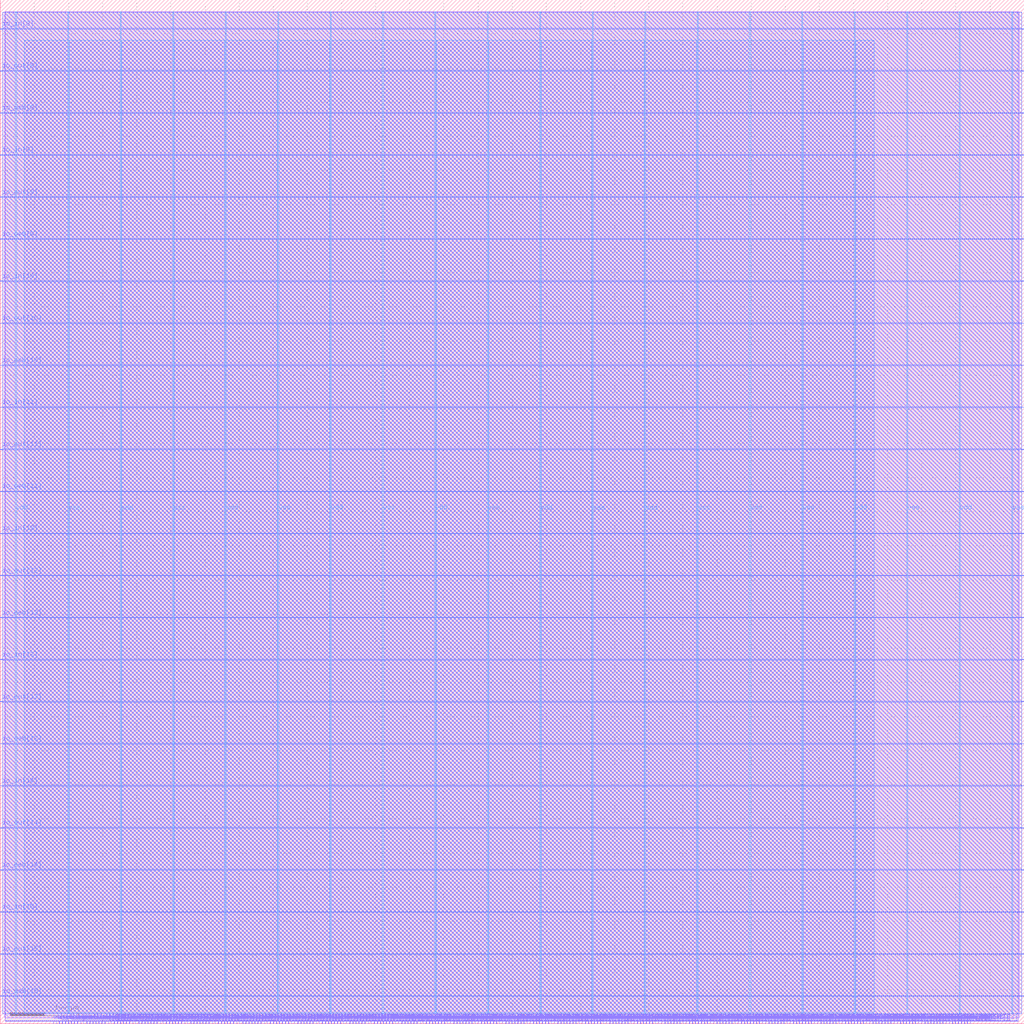
<source format=lef>
VERSION 5.7 ;
  NOWIREEXTENSIONATPIN ON ;
  DIVIDERCHAR "/" ;
  BUSBITCHARS "[]" ;
MACRO user_proj_example
  CLASS BLOCK ;
  FOREIGN user_proj_example ;
  ORIGIN 0.000 0.000 ;
  SIZE 1500.000 BY 1500.000 ;
  PIN io_in[0]
    DIRECTION INPUT ;
    USE SIGNAL ;
    PORT
      LAYER Metal3 ;
        RECT 1496.000 40.320 1500.000 40.880 ;
    END
  END io_in[0]
  PIN io_in[10]
    DIRECTION INPUT ;
    USE SIGNAL ;
    PORT
      LAYER Metal3 ;
        RECT 0.000 1087.520 4.000 1088.080 ;
    END
  END io_in[10]
  PIN io_in[11]
    DIRECTION INPUT ;
    USE SIGNAL ;
    PORT
      LAYER Metal3 ;
        RECT 0.000 902.720 4.000 903.280 ;
    END
  END io_in[11]
  PIN io_in[12]
    DIRECTION INPUT ;
    USE SIGNAL ;
    PORT
      LAYER Metal3 ;
        RECT 0.000 717.920 4.000 718.480 ;
    END
  END io_in[12]
  PIN io_in[13]
    DIRECTION INPUT ;
    USE SIGNAL ;
    PORT
      LAYER Metal3 ;
        RECT 0.000 533.120 4.000 533.680 ;
    END
  END io_in[13]
  PIN io_in[14]
    DIRECTION INPUT ;
    USE SIGNAL ;
    PORT
      LAYER Metal3 ;
        RECT 0.000 348.320 4.000 348.880 ;
    END
  END io_in[14]
  PIN io_in[15]
    DIRECTION INPUT ;
    USE SIGNAL ;
    PORT
      LAYER Metal3 ;
        RECT 0.000 163.520 4.000 164.080 ;
    END
  END io_in[15]
  PIN io_in[1]
    DIRECTION INPUT ;
    USE SIGNAL ;
    PORT
      LAYER Metal3 ;
        RECT 1496.000 225.120 1500.000 225.680 ;
    END
  END io_in[1]
  PIN io_in[2]
    DIRECTION INPUT ;
    USE SIGNAL ;
    PORT
      LAYER Metal3 ;
        RECT 1496.000 409.920 1500.000 410.480 ;
    END
  END io_in[2]
  PIN io_in[3]
    DIRECTION INPUT ;
    USE SIGNAL ;
    PORT
      LAYER Metal3 ;
        RECT 1496.000 594.720 1500.000 595.280 ;
    END
  END io_in[3]
  PIN io_in[4]
    DIRECTION INPUT ;
    USE SIGNAL ;
    PORT
      LAYER Metal3 ;
        RECT 1496.000 779.520 1500.000 780.080 ;
    END
  END io_in[4]
  PIN io_in[5]
    DIRECTION INPUT ;
    USE SIGNAL ;
    PORT
      LAYER Metal3 ;
        RECT 1496.000 964.320 1500.000 964.880 ;
    END
  END io_in[5]
  PIN io_in[6]
    DIRECTION INPUT ;
    USE SIGNAL ;
    PORT
      LAYER Metal3 ;
        RECT 1496.000 1149.120 1500.000 1149.680 ;
    END
  END io_in[6]
  PIN io_in[7]
    DIRECTION INPUT ;
    USE SIGNAL ;
    PORT
      LAYER Metal3 ;
        RECT 1496.000 1333.920 1500.000 1334.480 ;
    END
  END io_in[7]
  PIN io_in[8]
    DIRECTION INPUT ;
    USE SIGNAL ;
    PORT
      LAYER Metal3 ;
        RECT 0.000 1457.120 4.000 1457.680 ;
    END
  END io_in[8]
  PIN io_in[9]
    DIRECTION INPUT ;
    USE SIGNAL ;
    PORT
      LAYER Metal3 ;
        RECT 0.000 1272.320 4.000 1272.880 ;
    END
  END io_in[9]
  PIN io_oeb[0]
    DIRECTION OUTPUT TRISTATE ;
    USE SIGNAL ;
    ANTENNADIFFAREA 0.360800 ;
    PORT
      LAYER Metal3 ;
        RECT 1496.000 163.520 1500.000 164.080 ;
    END
  END io_oeb[0]
  PIN io_oeb[10]
    DIRECTION OUTPUT TRISTATE ;
    USE SIGNAL ;
    ANTENNADIFFAREA 0.360800 ;
    PORT
      LAYER Metal3 ;
        RECT 0.000 964.320 4.000 964.880 ;
    END
  END io_oeb[10]
  PIN io_oeb[11]
    DIRECTION OUTPUT TRISTATE ;
    USE SIGNAL ;
    ANTENNADIFFAREA 0.360800 ;
    PORT
      LAYER Metal3 ;
        RECT 0.000 779.520 4.000 780.080 ;
    END
  END io_oeb[11]
  PIN io_oeb[12]
    DIRECTION OUTPUT TRISTATE ;
    USE SIGNAL ;
    ANTENNADIFFAREA 0.360800 ;
    PORT
      LAYER Metal3 ;
        RECT 0.000 594.720 4.000 595.280 ;
    END
  END io_oeb[12]
  PIN io_oeb[13]
    DIRECTION OUTPUT TRISTATE ;
    USE SIGNAL ;
    ANTENNADIFFAREA 0.360800 ;
    PORT
      LAYER Metal3 ;
        RECT 0.000 409.920 4.000 410.480 ;
    END
  END io_oeb[13]
  PIN io_oeb[14]
    DIRECTION OUTPUT TRISTATE ;
    USE SIGNAL ;
    ANTENNADIFFAREA 0.360800 ;
    PORT
      LAYER Metal3 ;
        RECT 0.000 225.120 4.000 225.680 ;
    END
  END io_oeb[14]
  PIN io_oeb[15]
    DIRECTION OUTPUT TRISTATE ;
    USE SIGNAL ;
    ANTENNADIFFAREA 0.360800 ;
    PORT
      LAYER Metal3 ;
        RECT 0.000 40.320 4.000 40.880 ;
    END
  END io_oeb[15]
  PIN io_oeb[1]
    DIRECTION OUTPUT TRISTATE ;
    USE SIGNAL ;
    ANTENNADIFFAREA 0.360800 ;
    PORT
      LAYER Metal3 ;
        RECT 1496.000 348.320 1500.000 348.880 ;
    END
  END io_oeb[1]
  PIN io_oeb[2]
    DIRECTION OUTPUT TRISTATE ;
    USE SIGNAL ;
    ANTENNADIFFAREA 0.360800 ;
    PORT
      LAYER Metal3 ;
        RECT 1496.000 533.120 1500.000 533.680 ;
    END
  END io_oeb[2]
  PIN io_oeb[3]
    DIRECTION OUTPUT TRISTATE ;
    USE SIGNAL ;
    ANTENNADIFFAREA 0.360800 ;
    PORT
      LAYER Metal3 ;
        RECT 1496.000 717.920 1500.000 718.480 ;
    END
  END io_oeb[3]
  PIN io_oeb[4]
    DIRECTION OUTPUT TRISTATE ;
    USE SIGNAL ;
    ANTENNADIFFAREA 0.360800 ;
    PORT
      LAYER Metal3 ;
        RECT 1496.000 902.720 1500.000 903.280 ;
    END
  END io_oeb[4]
  PIN io_oeb[5]
    DIRECTION OUTPUT TRISTATE ;
    USE SIGNAL ;
    ANTENNADIFFAREA 0.360800 ;
    PORT
      LAYER Metal3 ;
        RECT 1496.000 1087.520 1500.000 1088.080 ;
    END
  END io_oeb[5]
  PIN io_oeb[6]
    DIRECTION OUTPUT TRISTATE ;
    USE SIGNAL ;
    ANTENNADIFFAREA 0.360800 ;
    PORT
      LAYER Metal3 ;
        RECT 1496.000 1272.320 1500.000 1272.880 ;
    END
  END io_oeb[6]
  PIN io_oeb[7]
    DIRECTION OUTPUT TRISTATE ;
    USE SIGNAL ;
    ANTENNADIFFAREA 0.360800 ;
    PORT
      LAYER Metal3 ;
        RECT 1496.000 1457.120 1500.000 1457.680 ;
    END
  END io_oeb[7]
  PIN io_oeb[8]
    DIRECTION OUTPUT TRISTATE ;
    USE SIGNAL ;
    ANTENNADIFFAREA 0.360800 ;
    PORT
      LAYER Metal3 ;
        RECT 0.000 1333.920 4.000 1334.480 ;
    END
  END io_oeb[8]
  PIN io_oeb[9]
    DIRECTION OUTPUT TRISTATE ;
    USE SIGNAL ;
    ANTENNADIFFAREA 0.360800 ;
    PORT
      LAYER Metal3 ;
        RECT 0.000 1149.120 4.000 1149.680 ;
    END
  END io_oeb[9]
  PIN io_out[0]
    DIRECTION OUTPUT TRISTATE ;
    USE SIGNAL ;
    ANTENNADIFFAREA 0.360800 ;
    PORT
      LAYER Metal3 ;
        RECT 1496.000 101.920 1500.000 102.480 ;
    END
  END io_out[0]
  PIN io_out[10]
    DIRECTION OUTPUT TRISTATE ;
    USE SIGNAL ;
    ANTENNADIFFAREA 4.731200 ;
    PORT
      LAYER Metal3 ;
        RECT 0.000 1025.920 4.000 1026.480 ;
    END
  END io_out[10]
  PIN io_out[11]
    DIRECTION OUTPUT TRISTATE ;
    USE SIGNAL ;
    ANTENNADIFFAREA 4.731200 ;
    PORT
      LAYER Metal3 ;
        RECT 0.000 841.120 4.000 841.680 ;
    END
  END io_out[11]
  PIN io_out[12]
    DIRECTION OUTPUT TRISTATE ;
    USE SIGNAL ;
    ANTENNADIFFAREA 4.731200 ;
    PORT
      LAYER Metal3 ;
        RECT 0.000 656.320 4.000 656.880 ;
    END
  END io_out[12]
  PIN io_out[13]
    DIRECTION OUTPUT TRISTATE ;
    USE SIGNAL ;
    ANTENNADIFFAREA 4.731200 ;
    PORT
      LAYER Metal3 ;
        RECT 0.000 471.520 4.000 472.080 ;
    END
  END io_out[13]
  PIN io_out[14]
    DIRECTION OUTPUT TRISTATE ;
    USE SIGNAL ;
    ANTENNADIFFAREA 4.731200 ;
    PORT
      LAYER Metal3 ;
        RECT 0.000 286.720 4.000 287.280 ;
    END
  END io_out[14]
  PIN io_out[15]
    DIRECTION OUTPUT TRISTATE ;
    USE SIGNAL ;
    ANTENNADIFFAREA 0.360800 ;
    PORT
      LAYER Metal3 ;
        RECT 0.000 101.920 4.000 102.480 ;
    END
  END io_out[15]
  PIN io_out[1]
    DIRECTION OUTPUT TRISTATE ;
    USE SIGNAL ;
    ANTENNADIFFAREA 0.360800 ;
    PORT
      LAYER Metal3 ;
        RECT 1496.000 286.720 1500.000 287.280 ;
    END
  END io_out[1]
  PIN io_out[2]
    DIRECTION OUTPUT TRISTATE ;
    USE SIGNAL ;
    ANTENNADIFFAREA 0.360800 ;
    PORT
      LAYER Metal3 ;
        RECT 1496.000 471.520 1500.000 472.080 ;
    END
  END io_out[2]
  PIN io_out[3]
    DIRECTION OUTPUT TRISTATE ;
    USE SIGNAL ;
    ANTENNADIFFAREA 0.360800 ;
    PORT
      LAYER Metal3 ;
        RECT 1496.000 656.320 1500.000 656.880 ;
    END
  END io_out[3]
  PIN io_out[4]
    DIRECTION OUTPUT TRISTATE ;
    USE SIGNAL ;
    ANTENNADIFFAREA 0.360800 ;
    PORT
      LAYER Metal3 ;
        RECT 1496.000 841.120 1500.000 841.680 ;
    END
  END io_out[4]
  PIN io_out[5]
    DIRECTION OUTPUT TRISTATE ;
    USE SIGNAL ;
    ANTENNADIFFAREA 0.360800 ;
    PORT
      LAYER Metal3 ;
        RECT 1496.000 1025.920 1500.000 1026.480 ;
    END
  END io_out[5]
  PIN io_out[6]
    DIRECTION OUTPUT TRISTATE ;
    USE SIGNAL ;
    ANTENNADIFFAREA 0.360800 ;
    PORT
      LAYER Metal3 ;
        RECT 1496.000 1210.720 1500.000 1211.280 ;
    END
  END io_out[6]
  PIN io_out[7]
    DIRECTION OUTPUT TRISTATE ;
    USE SIGNAL ;
    ANTENNADIFFAREA 0.360800 ;
    PORT
      LAYER Metal3 ;
        RECT 1496.000 1395.520 1500.000 1396.080 ;
    END
  END io_out[7]
  PIN io_out[8]
    DIRECTION OUTPUT TRISTATE ;
    USE SIGNAL ;
    ANTENNADIFFAREA 0.360800 ;
    PORT
      LAYER Metal3 ;
        RECT 0.000 1395.520 4.000 1396.080 ;
    END
  END io_out[8]
  PIN io_out[9]
    DIRECTION OUTPUT TRISTATE ;
    USE SIGNAL ;
    ANTENNADIFFAREA 4.731200 ;
    PORT
      LAYER Metal3 ;
        RECT 0.000 1210.720 4.000 1211.280 ;
    END
  END io_out[9]
  PIN irq[0]
    DIRECTION OUTPUT TRISTATE ;
    USE SIGNAL ;
    ANTENNADIFFAREA 0.360800 ;
    PORT
      LAYER Metal2 ;
        RECT 1412.320 0.000 1412.880 4.000 ;
    END
  END irq[0]
  PIN irq[1]
    DIRECTION OUTPUT TRISTATE ;
    USE SIGNAL ;
    ANTENNADIFFAREA 0.360800 ;
    PORT
      LAYER Metal2 ;
        RECT 1416.800 0.000 1417.360 4.000 ;
    END
  END irq[1]
  PIN irq[2]
    DIRECTION OUTPUT TRISTATE ;
    USE SIGNAL ;
    ANTENNADIFFAREA 0.360800 ;
    PORT
      LAYER Metal2 ;
        RECT 1421.280 0.000 1421.840 4.000 ;
    END
  END irq[2]
  PIN la_data_in[0]
    DIRECTION INPUT ;
    USE SIGNAL ;
    PORT
      LAYER Metal2 ;
        RECT 552.160 0.000 552.720 4.000 ;
    END
  END la_data_in[0]
  PIN la_data_in[10]
    DIRECTION INPUT ;
    USE SIGNAL ;
    PORT
      LAYER Metal2 ;
        RECT 686.560 0.000 687.120 4.000 ;
    END
  END la_data_in[10]
  PIN la_data_in[11]
    DIRECTION INPUT ;
    USE SIGNAL ;
    PORT
      LAYER Metal2 ;
        RECT 700.000 0.000 700.560 4.000 ;
    END
  END la_data_in[11]
  PIN la_data_in[12]
    DIRECTION INPUT ;
    USE SIGNAL ;
    PORT
      LAYER Metal2 ;
        RECT 713.440 0.000 714.000 4.000 ;
    END
  END la_data_in[12]
  PIN la_data_in[13]
    DIRECTION INPUT ;
    USE SIGNAL ;
    PORT
      LAYER Metal2 ;
        RECT 726.880 0.000 727.440 4.000 ;
    END
  END la_data_in[13]
  PIN la_data_in[14]
    DIRECTION INPUT ;
    USE SIGNAL ;
    PORT
      LAYER Metal2 ;
        RECT 740.320 0.000 740.880 4.000 ;
    END
  END la_data_in[14]
  PIN la_data_in[15]
    DIRECTION INPUT ;
    USE SIGNAL ;
    PORT
      LAYER Metal2 ;
        RECT 753.760 0.000 754.320 4.000 ;
    END
  END la_data_in[15]
  PIN la_data_in[16]
    DIRECTION INPUT ;
    USE SIGNAL ;
    PORT
      LAYER Metal2 ;
        RECT 767.200 0.000 767.760 4.000 ;
    END
  END la_data_in[16]
  PIN la_data_in[17]
    DIRECTION INPUT ;
    USE SIGNAL ;
    PORT
      LAYER Metal2 ;
        RECT 780.640 0.000 781.200 4.000 ;
    END
  END la_data_in[17]
  PIN la_data_in[18]
    DIRECTION INPUT ;
    USE SIGNAL ;
    PORT
      LAYER Metal2 ;
        RECT 794.080 0.000 794.640 4.000 ;
    END
  END la_data_in[18]
  PIN la_data_in[19]
    DIRECTION INPUT ;
    USE SIGNAL ;
    PORT
      LAYER Metal2 ;
        RECT 807.520 0.000 808.080 4.000 ;
    END
  END la_data_in[19]
  PIN la_data_in[1]
    DIRECTION INPUT ;
    USE SIGNAL ;
    PORT
      LAYER Metal2 ;
        RECT 565.600 0.000 566.160 4.000 ;
    END
  END la_data_in[1]
  PIN la_data_in[20]
    DIRECTION INPUT ;
    USE SIGNAL ;
    PORT
      LAYER Metal2 ;
        RECT 820.960 0.000 821.520 4.000 ;
    END
  END la_data_in[20]
  PIN la_data_in[21]
    DIRECTION INPUT ;
    USE SIGNAL ;
    PORT
      LAYER Metal2 ;
        RECT 834.400 0.000 834.960 4.000 ;
    END
  END la_data_in[21]
  PIN la_data_in[22]
    DIRECTION INPUT ;
    USE SIGNAL ;
    PORT
      LAYER Metal2 ;
        RECT 847.840 0.000 848.400 4.000 ;
    END
  END la_data_in[22]
  PIN la_data_in[23]
    DIRECTION INPUT ;
    USE SIGNAL ;
    PORT
      LAYER Metal2 ;
        RECT 861.280 0.000 861.840 4.000 ;
    END
  END la_data_in[23]
  PIN la_data_in[24]
    DIRECTION INPUT ;
    USE SIGNAL ;
    PORT
      LAYER Metal2 ;
        RECT 874.720 0.000 875.280 4.000 ;
    END
  END la_data_in[24]
  PIN la_data_in[25]
    DIRECTION INPUT ;
    USE SIGNAL ;
    PORT
      LAYER Metal2 ;
        RECT 888.160 0.000 888.720 4.000 ;
    END
  END la_data_in[25]
  PIN la_data_in[26]
    DIRECTION INPUT ;
    USE SIGNAL ;
    PORT
      LAYER Metal2 ;
        RECT 901.600 0.000 902.160 4.000 ;
    END
  END la_data_in[26]
  PIN la_data_in[27]
    DIRECTION INPUT ;
    USE SIGNAL ;
    PORT
      LAYER Metal2 ;
        RECT 915.040 0.000 915.600 4.000 ;
    END
  END la_data_in[27]
  PIN la_data_in[28]
    DIRECTION INPUT ;
    USE SIGNAL ;
    PORT
      LAYER Metal2 ;
        RECT 928.480 0.000 929.040 4.000 ;
    END
  END la_data_in[28]
  PIN la_data_in[29]
    DIRECTION INPUT ;
    USE SIGNAL ;
    PORT
      LAYER Metal2 ;
        RECT 941.920 0.000 942.480 4.000 ;
    END
  END la_data_in[29]
  PIN la_data_in[2]
    DIRECTION INPUT ;
    USE SIGNAL ;
    PORT
      LAYER Metal2 ;
        RECT 579.040 0.000 579.600 4.000 ;
    END
  END la_data_in[2]
  PIN la_data_in[30]
    DIRECTION INPUT ;
    USE SIGNAL ;
    PORT
      LAYER Metal2 ;
        RECT 955.360 0.000 955.920 4.000 ;
    END
  END la_data_in[30]
  PIN la_data_in[31]
    DIRECTION INPUT ;
    USE SIGNAL ;
    PORT
      LAYER Metal2 ;
        RECT 968.800 0.000 969.360 4.000 ;
    END
  END la_data_in[31]
  PIN la_data_in[32]
    DIRECTION INPUT ;
    USE SIGNAL ;
    PORT
      LAYER Metal2 ;
        RECT 982.240 0.000 982.800 4.000 ;
    END
  END la_data_in[32]
  PIN la_data_in[33]
    DIRECTION INPUT ;
    USE SIGNAL ;
    PORT
      LAYER Metal2 ;
        RECT 995.680 0.000 996.240 4.000 ;
    END
  END la_data_in[33]
  PIN la_data_in[34]
    DIRECTION INPUT ;
    USE SIGNAL ;
    PORT
      LAYER Metal2 ;
        RECT 1009.120 0.000 1009.680 4.000 ;
    END
  END la_data_in[34]
  PIN la_data_in[35]
    DIRECTION INPUT ;
    USE SIGNAL ;
    PORT
      LAYER Metal2 ;
        RECT 1022.560 0.000 1023.120 4.000 ;
    END
  END la_data_in[35]
  PIN la_data_in[36]
    DIRECTION INPUT ;
    USE SIGNAL ;
    PORT
      LAYER Metal2 ;
        RECT 1036.000 0.000 1036.560 4.000 ;
    END
  END la_data_in[36]
  PIN la_data_in[37]
    DIRECTION INPUT ;
    USE SIGNAL ;
    PORT
      LAYER Metal2 ;
        RECT 1049.440 0.000 1050.000 4.000 ;
    END
  END la_data_in[37]
  PIN la_data_in[38]
    DIRECTION INPUT ;
    USE SIGNAL ;
    PORT
      LAYER Metal2 ;
        RECT 1062.880 0.000 1063.440 4.000 ;
    END
  END la_data_in[38]
  PIN la_data_in[39]
    DIRECTION INPUT ;
    USE SIGNAL ;
    PORT
      LAYER Metal2 ;
        RECT 1076.320 0.000 1076.880 4.000 ;
    END
  END la_data_in[39]
  PIN la_data_in[3]
    DIRECTION INPUT ;
    USE SIGNAL ;
    PORT
      LAYER Metal2 ;
        RECT 592.480 0.000 593.040 4.000 ;
    END
  END la_data_in[3]
  PIN la_data_in[40]
    DIRECTION INPUT ;
    USE SIGNAL ;
    PORT
      LAYER Metal2 ;
        RECT 1089.760 0.000 1090.320 4.000 ;
    END
  END la_data_in[40]
  PIN la_data_in[41]
    DIRECTION INPUT ;
    USE SIGNAL ;
    PORT
      LAYER Metal2 ;
        RECT 1103.200 0.000 1103.760 4.000 ;
    END
  END la_data_in[41]
  PIN la_data_in[42]
    DIRECTION INPUT ;
    USE SIGNAL ;
    PORT
      LAYER Metal2 ;
        RECT 1116.640 0.000 1117.200 4.000 ;
    END
  END la_data_in[42]
  PIN la_data_in[43]
    DIRECTION INPUT ;
    USE SIGNAL ;
    PORT
      LAYER Metal2 ;
        RECT 1130.080 0.000 1130.640 4.000 ;
    END
  END la_data_in[43]
  PIN la_data_in[44]
    DIRECTION INPUT ;
    USE SIGNAL ;
    PORT
      LAYER Metal2 ;
        RECT 1143.520 0.000 1144.080 4.000 ;
    END
  END la_data_in[44]
  PIN la_data_in[45]
    DIRECTION INPUT ;
    USE SIGNAL ;
    PORT
      LAYER Metal2 ;
        RECT 1156.960 0.000 1157.520 4.000 ;
    END
  END la_data_in[45]
  PIN la_data_in[46]
    DIRECTION INPUT ;
    USE SIGNAL ;
    PORT
      LAYER Metal2 ;
        RECT 1170.400 0.000 1170.960 4.000 ;
    END
  END la_data_in[46]
  PIN la_data_in[47]
    DIRECTION INPUT ;
    USE SIGNAL ;
    PORT
      LAYER Metal2 ;
        RECT 1183.840 0.000 1184.400 4.000 ;
    END
  END la_data_in[47]
  PIN la_data_in[48]
    DIRECTION INPUT ;
    USE SIGNAL ;
    PORT
      LAYER Metal2 ;
        RECT 1197.280 0.000 1197.840 4.000 ;
    END
  END la_data_in[48]
  PIN la_data_in[49]
    DIRECTION INPUT ;
    USE SIGNAL ;
    PORT
      LAYER Metal2 ;
        RECT 1210.720 0.000 1211.280 4.000 ;
    END
  END la_data_in[49]
  PIN la_data_in[4]
    DIRECTION INPUT ;
    USE SIGNAL ;
    PORT
      LAYER Metal2 ;
        RECT 605.920 0.000 606.480 4.000 ;
    END
  END la_data_in[4]
  PIN la_data_in[50]
    DIRECTION INPUT ;
    USE SIGNAL ;
    PORT
      LAYER Metal2 ;
        RECT 1224.160 0.000 1224.720 4.000 ;
    END
  END la_data_in[50]
  PIN la_data_in[51]
    DIRECTION INPUT ;
    USE SIGNAL ;
    PORT
      LAYER Metal2 ;
        RECT 1237.600 0.000 1238.160 4.000 ;
    END
  END la_data_in[51]
  PIN la_data_in[52]
    DIRECTION INPUT ;
    USE SIGNAL ;
    PORT
      LAYER Metal2 ;
        RECT 1251.040 0.000 1251.600 4.000 ;
    END
  END la_data_in[52]
  PIN la_data_in[53]
    DIRECTION INPUT ;
    USE SIGNAL ;
    PORT
      LAYER Metal2 ;
        RECT 1264.480 0.000 1265.040 4.000 ;
    END
  END la_data_in[53]
  PIN la_data_in[54]
    DIRECTION INPUT ;
    USE SIGNAL ;
    PORT
      LAYER Metal2 ;
        RECT 1277.920 0.000 1278.480 4.000 ;
    END
  END la_data_in[54]
  PIN la_data_in[55]
    DIRECTION INPUT ;
    USE SIGNAL ;
    PORT
      LAYER Metal2 ;
        RECT 1291.360 0.000 1291.920 4.000 ;
    END
  END la_data_in[55]
  PIN la_data_in[56]
    DIRECTION INPUT ;
    USE SIGNAL ;
    PORT
      LAYER Metal2 ;
        RECT 1304.800 0.000 1305.360 4.000 ;
    END
  END la_data_in[56]
  PIN la_data_in[57]
    DIRECTION INPUT ;
    USE SIGNAL ;
    PORT
      LAYER Metal2 ;
        RECT 1318.240 0.000 1318.800 4.000 ;
    END
  END la_data_in[57]
  PIN la_data_in[58]
    DIRECTION INPUT ;
    USE SIGNAL ;
    PORT
      LAYER Metal2 ;
        RECT 1331.680 0.000 1332.240 4.000 ;
    END
  END la_data_in[58]
  PIN la_data_in[59]
    DIRECTION INPUT ;
    USE SIGNAL ;
    PORT
      LAYER Metal2 ;
        RECT 1345.120 0.000 1345.680 4.000 ;
    END
  END la_data_in[59]
  PIN la_data_in[5]
    DIRECTION INPUT ;
    USE SIGNAL ;
    PORT
      LAYER Metal2 ;
        RECT 619.360 0.000 619.920 4.000 ;
    END
  END la_data_in[5]
  PIN la_data_in[60]
    DIRECTION INPUT ;
    USE SIGNAL ;
    PORT
      LAYER Metal2 ;
        RECT 1358.560 0.000 1359.120 4.000 ;
    END
  END la_data_in[60]
  PIN la_data_in[61]
    DIRECTION INPUT ;
    USE SIGNAL ;
    PORT
      LAYER Metal2 ;
        RECT 1372.000 0.000 1372.560 4.000 ;
    END
  END la_data_in[61]
  PIN la_data_in[62]
    DIRECTION INPUT ;
    USE SIGNAL ;
    PORT
      LAYER Metal2 ;
        RECT 1385.440 0.000 1386.000 4.000 ;
    END
  END la_data_in[62]
  PIN la_data_in[63]
    DIRECTION INPUT ;
    USE SIGNAL ;
    PORT
      LAYER Metal2 ;
        RECT 1398.880 0.000 1399.440 4.000 ;
    END
  END la_data_in[63]
  PIN la_data_in[6]
    DIRECTION INPUT ;
    USE SIGNAL ;
    PORT
      LAYER Metal2 ;
        RECT 632.800 0.000 633.360 4.000 ;
    END
  END la_data_in[6]
  PIN la_data_in[7]
    DIRECTION INPUT ;
    USE SIGNAL ;
    PORT
      LAYER Metal2 ;
        RECT 646.240 0.000 646.800 4.000 ;
    END
  END la_data_in[7]
  PIN la_data_in[8]
    DIRECTION INPUT ;
    USE SIGNAL ;
    PORT
      LAYER Metal2 ;
        RECT 659.680 0.000 660.240 4.000 ;
    END
  END la_data_in[8]
  PIN la_data_in[9]
    DIRECTION INPUT ;
    USE SIGNAL ;
    PORT
      LAYER Metal2 ;
        RECT 673.120 0.000 673.680 4.000 ;
    END
  END la_data_in[9]
  PIN la_data_out[0]
    DIRECTION OUTPUT TRISTATE ;
    USE SIGNAL ;
    ANTENNADIFFAREA 4.731200 ;
    PORT
      LAYER Metal2 ;
        RECT 556.640 0.000 557.200 4.000 ;
    END
  END la_data_out[0]
  PIN la_data_out[10]
    DIRECTION OUTPUT TRISTATE ;
    USE SIGNAL ;
    ANTENNADIFFAREA 0.360800 ;
    PORT
      LAYER Metal2 ;
        RECT 691.040 0.000 691.600 4.000 ;
    END
  END la_data_out[10]
  PIN la_data_out[11]
    DIRECTION OUTPUT TRISTATE ;
    USE SIGNAL ;
    ANTENNADIFFAREA 0.360800 ;
    PORT
      LAYER Metal2 ;
        RECT 704.480 0.000 705.040 4.000 ;
    END
  END la_data_out[11]
  PIN la_data_out[12]
    DIRECTION OUTPUT TRISTATE ;
    USE SIGNAL ;
    ANTENNADIFFAREA 0.360800 ;
    PORT
      LAYER Metal2 ;
        RECT 717.920 0.000 718.480 4.000 ;
    END
  END la_data_out[12]
  PIN la_data_out[13]
    DIRECTION OUTPUT TRISTATE ;
    USE SIGNAL ;
    ANTENNADIFFAREA 0.360800 ;
    PORT
      LAYER Metal2 ;
        RECT 731.360 0.000 731.920 4.000 ;
    END
  END la_data_out[13]
  PIN la_data_out[14]
    DIRECTION OUTPUT TRISTATE ;
    USE SIGNAL ;
    ANTENNADIFFAREA 0.360800 ;
    PORT
      LAYER Metal2 ;
        RECT 744.800 0.000 745.360 4.000 ;
    END
  END la_data_out[14]
  PIN la_data_out[15]
    DIRECTION OUTPUT TRISTATE ;
    USE SIGNAL ;
    ANTENNADIFFAREA 0.360800 ;
    PORT
      LAYER Metal2 ;
        RECT 758.240 0.000 758.800 4.000 ;
    END
  END la_data_out[15]
  PIN la_data_out[16]
    DIRECTION OUTPUT TRISTATE ;
    USE SIGNAL ;
    ANTENNADIFFAREA 0.360800 ;
    PORT
      LAYER Metal2 ;
        RECT 771.680 0.000 772.240 4.000 ;
    END
  END la_data_out[16]
  PIN la_data_out[17]
    DIRECTION OUTPUT TRISTATE ;
    USE SIGNAL ;
    ANTENNADIFFAREA 0.360800 ;
    PORT
      LAYER Metal2 ;
        RECT 785.120 0.000 785.680 4.000 ;
    END
  END la_data_out[17]
  PIN la_data_out[18]
    DIRECTION OUTPUT TRISTATE ;
    USE SIGNAL ;
    ANTENNADIFFAREA 0.360800 ;
    PORT
      LAYER Metal2 ;
        RECT 798.560 0.000 799.120 4.000 ;
    END
  END la_data_out[18]
  PIN la_data_out[19]
    DIRECTION OUTPUT TRISTATE ;
    USE SIGNAL ;
    ANTENNADIFFAREA 0.360800 ;
    PORT
      LAYER Metal2 ;
        RECT 812.000 0.000 812.560 4.000 ;
    END
  END la_data_out[19]
  PIN la_data_out[1]
    DIRECTION OUTPUT TRISTATE ;
    USE SIGNAL ;
    ANTENNADIFFAREA 4.731200 ;
    PORT
      LAYER Metal2 ;
        RECT 570.080 0.000 570.640 4.000 ;
    END
  END la_data_out[1]
  PIN la_data_out[20]
    DIRECTION OUTPUT TRISTATE ;
    USE SIGNAL ;
    ANTENNADIFFAREA 0.360800 ;
    PORT
      LAYER Metal2 ;
        RECT 825.440 0.000 826.000 4.000 ;
    END
  END la_data_out[20]
  PIN la_data_out[21]
    DIRECTION OUTPUT TRISTATE ;
    USE SIGNAL ;
    ANTENNADIFFAREA 0.360800 ;
    PORT
      LAYER Metal2 ;
        RECT 838.880 0.000 839.440 4.000 ;
    END
  END la_data_out[21]
  PIN la_data_out[22]
    DIRECTION OUTPUT TRISTATE ;
    USE SIGNAL ;
    ANTENNADIFFAREA 0.360800 ;
    PORT
      LAYER Metal2 ;
        RECT 852.320 0.000 852.880 4.000 ;
    END
  END la_data_out[22]
  PIN la_data_out[23]
    DIRECTION OUTPUT TRISTATE ;
    USE SIGNAL ;
    ANTENNADIFFAREA 0.360800 ;
    PORT
      LAYER Metal2 ;
        RECT 865.760 0.000 866.320 4.000 ;
    END
  END la_data_out[23]
  PIN la_data_out[24]
    DIRECTION OUTPUT TRISTATE ;
    USE SIGNAL ;
    ANTENNADIFFAREA 0.360800 ;
    PORT
      LAYER Metal2 ;
        RECT 879.200 0.000 879.760 4.000 ;
    END
  END la_data_out[24]
  PIN la_data_out[25]
    DIRECTION OUTPUT TRISTATE ;
    USE SIGNAL ;
    ANTENNADIFFAREA 0.360800 ;
    PORT
      LAYER Metal2 ;
        RECT 892.640 0.000 893.200 4.000 ;
    END
  END la_data_out[25]
  PIN la_data_out[26]
    DIRECTION OUTPUT TRISTATE ;
    USE SIGNAL ;
    ANTENNADIFFAREA 0.360800 ;
    PORT
      LAYER Metal2 ;
        RECT 906.080 0.000 906.640 4.000 ;
    END
  END la_data_out[26]
  PIN la_data_out[27]
    DIRECTION OUTPUT TRISTATE ;
    USE SIGNAL ;
    ANTENNADIFFAREA 0.360800 ;
    PORT
      LAYER Metal2 ;
        RECT 919.520 0.000 920.080 4.000 ;
    END
  END la_data_out[27]
  PIN la_data_out[28]
    DIRECTION OUTPUT TRISTATE ;
    USE SIGNAL ;
    ANTENNADIFFAREA 0.360800 ;
    PORT
      LAYER Metal2 ;
        RECT 932.960 0.000 933.520 4.000 ;
    END
  END la_data_out[28]
  PIN la_data_out[29]
    DIRECTION OUTPUT TRISTATE ;
    USE SIGNAL ;
    ANTENNADIFFAREA 0.360800 ;
    PORT
      LAYER Metal2 ;
        RECT 946.400 0.000 946.960 4.000 ;
    END
  END la_data_out[29]
  PIN la_data_out[2]
    DIRECTION OUTPUT TRISTATE ;
    USE SIGNAL ;
    ANTENNADIFFAREA 4.731200 ;
    PORT
      LAYER Metal2 ;
        RECT 583.520 0.000 584.080 4.000 ;
    END
  END la_data_out[2]
  PIN la_data_out[30]
    DIRECTION OUTPUT TRISTATE ;
    USE SIGNAL ;
    ANTENNADIFFAREA 0.360800 ;
    PORT
      LAYER Metal2 ;
        RECT 959.840 0.000 960.400 4.000 ;
    END
  END la_data_out[30]
  PIN la_data_out[31]
    DIRECTION OUTPUT TRISTATE ;
    USE SIGNAL ;
    ANTENNADIFFAREA 0.360800 ;
    PORT
      LAYER Metal2 ;
        RECT 973.280 0.000 973.840 4.000 ;
    END
  END la_data_out[31]
  PIN la_data_out[32]
    DIRECTION OUTPUT TRISTATE ;
    USE SIGNAL ;
    ANTENNADIFFAREA 0.360800 ;
    PORT
      LAYER Metal2 ;
        RECT 986.720 0.000 987.280 4.000 ;
    END
  END la_data_out[32]
  PIN la_data_out[33]
    DIRECTION OUTPUT TRISTATE ;
    USE SIGNAL ;
    ANTENNADIFFAREA 0.360800 ;
    PORT
      LAYER Metal2 ;
        RECT 1000.160 0.000 1000.720 4.000 ;
    END
  END la_data_out[33]
  PIN la_data_out[34]
    DIRECTION OUTPUT TRISTATE ;
    USE SIGNAL ;
    ANTENNADIFFAREA 0.360800 ;
    PORT
      LAYER Metal2 ;
        RECT 1013.600 0.000 1014.160 4.000 ;
    END
  END la_data_out[34]
  PIN la_data_out[35]
    DIRECTION OUTPUT TRISTATE ;
    USE SIGNAL ;
    ANTENNADIFFAREA 0.360800 ;
    PORT
      LAYER Metal2 ;
        RECT 1027.040 0.000 1027.600 4.000 ;
    END
  END la_data_out[35]
  PIN la_data_out[36]
    DIRECTION OUTPUT TRISTATE ;
    USE SIGNAL ;
    ANTENNADIFFAREA 0.360800 ;
    PORT
      LAYER Metal2 ;
        RECT 1040.480 0.000 1041.040 4.000 ;
    END
  END la_data_out[36]
  PIN la_data_out[37]
    DIRECTION OUTPUT TRISTATE ;
    USE SIGNAL ;
    ANTENNADIFFAREA 0.360800 ;
    PORT
      LAYER Metal2 ;
        RECT 1053.920 0.000 1054.480 4.000 ;
    END
  END la_data_out[37]
  PIN la_data_out[38]
    DIRECTION OUTPUT TRISTATE ;
    USE SIGNAL ;
    ANTENNADIFFAREA 0.360800 ;
    PORT
      LAYER Metal2 ;
        RECT 1067.360 0.000 1067.920 4.000 ;
    END
  END la_data_out[38]
  PIN la_data_out[39]
    DIRECTION OUTPUT TRISTATE ;
    USE SIGNAL ;
    ANTENNADIFFAREA 0.360800 ;
    PORT
      LAYER Metal2 ;
        RECT 1080.800 0.000 1081.360 4.000 ;
    END
  END la_data_out[39]
  PIN la_data_out[3]
    DIRECTION OUTPUT TRISTATE ;
    USE SIGNAL ;
    ANTENNADIFFAREA 4.731200 ;
    PORT
      LAYER Metal2 ;
        RECT 596.960 0.000 597.520 4.000 ;
    END
  END la_data_out[3]
  PIN la_data_out[40]
    DIRECTION OUTPUT TRISTATE ;
    USE SIGNAL ;
    ANTENNADIFFAREA 0.360800 ;
    PORT
      LAYER Metal2 ;
        RECT 1094.240 0.000 1094.800 4.000 ;
    END
  END la_data_out[40]
  PIN la_data_out[41]
    DIRECTION OUTPUT TRISTATE ;
    USE SIGNAL ;
    ANTENNADIFFAREA 0.360800 ;
    PORT
      LAYER Metal2 ;
        RECT 1107.680 0.000 1108.240 4.000 ;
    END
  END la_data_out[41]
  PIN la_data_out[42]
    DIRECTION OUTPUT TRISTATE ;
    USE SIGNAL ;
    ANTENNADIFFAREA 0.360800 ;
    PORT
      LAYER Metal2 ;
        RECT 1121.120 0.000 1121.680 4.000 ;
    END
  END la_data_out[42]
  PIN la_data_out[43]
    DIRECTION OUTPUT TRISTATE ;
    USE SIGNAL ;
    ANTENNADIFFAREA 0.360800 ;
    PORT
      LAYER Metal2 ;
        RECT 1134.560 0.000 1135.120 4.000 ;
    END
  END la_data_out[43]
  PIN la_data_out[44]
    DIRECTION OUTPUT TRISTATE ;
    USE SIGNAL ;
    ANTENNADIFFAREA 0.360800 ;
    PORT
      LAYER Metal2 ;
        RECT 1148.000 0.000 1148.560 4.000 ;
    END
  END la_data_out[44]
  PIN la_data_out[45]
    DIRECTION OUTPUT TRISTATE ;
    USE SIGNAL ;
    ANTENNADIFFAREA 0.360800 ;
    PORT
      LAYER Metal2 ;
        RECT 1161.440 0.000 1162.000 4.000 ;
    END
  END la_data_out[45]
  PIN la_data_out[46]
    DIRECTION OUTPUT TRISTATE ;
    USE SIGNAL ;
    ANTENNADIFFAREA 0.360800 ;
    PORT
      LAYER Metal2 ;
        RECT 1174.880 0.000 1175.440 4.000 ;
    END
  END la_data_out[46]
  PIN la_data_out[47]
    DIRECTION OUTPUT TRISTATE ;
    USE SIGNAL ;
    ANTENNADIFFAREA 0.360800 ;
    PORT
      LAYER Metal2 ;
        RECT 1188.320 0.000 1188.880 4.000 ;
    END
  END la_data_out[47]
  PIN la_data_out[48]
    DIRECTION OUTPUT TRISTATE ;
    USE SIGNAL ;
    ANTENNADIFFAREA 0.360800 ;
    PORT
      LAYER Metal2 ;
        RECT 1201.760 0.000 1202.320 4.000 ;
    END
  END la_data_out[48]
  PIN la_data_out[49]
    DIRECTION OUTPUT TRISTATE ;
    USE SIGNAL ;
    ANTENNADIFFAREA 0.360800 ;
    PORT
      LAYER Metal2 ;
        RECT 1215.200 0.000 1215.760 4.000 ;
    END
  END la_data_out[49]
  PIN la_data_out[4]
    DIRECTION OUTPUT TRISTATE ;
    USE SIGNAL ;
    ANTENNADIFFAREA 4.731200 ;
    PORT
      LAYER Metal2 ;
        RECT 610.400 0.000 610.960 4.000 ;
    END
  END la_data_out[4]
  PIN la_data_out[50]
    DIRECTION OUTPUT TRISTATE ;
    USE SIGNAL ;
    ANTENNADIFFAREA 0.360800 ;
    PORT
      LAYER Metal2 ;
        RECT 1228.640 0.000 1229.200 4.000 ;
    END
  END la_data_out[50]
  PIN la_data_out[51]
    DIRECTION OUTPUT TRISTATE ;
    USE SIGNAL ;
    ANTENNADIFFAREA 0.360800 ;
    PORT
      LAYER Metal2 ;
        RECT 1242.080 0.000 1242.640 4.000 ;
    END
  END la_data_out[51]
  PIN la_data_out[52]
    DIRECTION OUTPUT TRISTATE ;
    USE SIGNAL ;
    ANTENNADIFFAREA 0.360800 ;
    PORT
      LAYER Metal2 ;
        RECT 1255.520 0.000 1256.080 4.000 ;
    END
  END la_data_out[52]
  PIN la_data_out[53]
    DIRECTION OUTPUT TRISTATE ;
    USE SIGNAL ;
    ANTENNADIFFAREA 0.360800 ;
    PORT
      LAYER Metal2 ;
        RECT 1268.960 0.000 1269.520 4.000 ;
    END
  END la_data_out[53]
  PIN la_data_out[54]
    DIRECTION OUTPUT TRISTATE ;
    USE SIGNAL ;
    ANTENNADIFFAREA 0.360800 ;
    PORT
      LAYER Metal2 ;
        RECT 1282.400 0.000 1282.960 4.000 ;
    END
  END la_data_out[54]
  PIN la_data_out[55]
    DIRECTION OUTPUT TRISTATE ;
    USE SIGNAL ;
    ANTENNADIFFAREA 0.360800 ;
    PORT
      LAYER Metal2 ;
        RECT 1295.840 0.000 1296.400 4.000 ;
    END
  END la_data_out[55]
  PIN la_data_out[56]
    DIRECTION OUTPUT TRISTATE ;
    USE SIGNAL ;
    ANTENNADIFFAREA 0.360800 ;
    PORT
      LAYER Metal2 ;
        RECT 1309.280 0.000 1309.840 4.000 ;
    END
  END la_data_out[56]
  PIN la_data_out[57]
    DIRECTION OUTPUT TRISTATE ;
    USE SIGNAL ;
    ANTENNADIFFAREA 0.360800 ;
    PORT
      LAYER Metal2 ;
        RECT 1322.720 0.000 1323.280 4.000 ;
    END
  END la_data_out[57]
  PIN la_data_out[58]
    DIRECTION OUTPUT TRISTATE ;
    USE SIGNAL ;
    ANTENNADIFFAREA 0.360800 ;
    PORT
      LAYER Metal2 ;
        RECT 1336.160 0.000 1336.720 4.000 ;
    END
  END la_data_out[58]
  PIN la_data_out[59]
    DIRECTION OUTPUT TRISTATE ;
    USE SIGNAL ;
    ANTENNADIFFAREA 0.360800 ;
    PORT
      LAYER Metal2 ;
        RECT 1349.600 0.000 1350.160 4.000 ;
    END
  END la_data_out[59]
  PIN la_data_out[5]
    DIRECTION OUTPUT TRISTATE ;
    USE SIGNAL ;
    ANTENNADIFFAREA 4.731200 ;
    PORT
      LAYER Metal2 ;
        RECT 623.840 0.000 624.400 4.000 ;
    END
  END la_data_out[5]
  PIN la_data_out[60]
    DIRECTION OUTPUT TRISTATE ;
    USE SIGNAL ;
    ANTENNADIFFAREA 0.360800 ;
    PORT
      LAYER Metal2 ;
        RECT 1363.040 0.000 1363.600 4.000 ;
    END
  END la_data_out[60]
  PIN la_data_out[61]
    DIRECTION OUTPUT TRISTATE ;
    USE SIGNAL ;
    ANTENNADIFFAREA 0.360800 ;
    PORT
      LAYER Metal2 ;
        RECT 1376.480 0.000 1377.040 4.000 ;
    END
  END la_data_out[61]
  PIN la_data_out[62]
    DIRECTION OUTPUT TRISTATE ;
    USE SIGNAL ;
    ANTENNADIFFAREA 0.360800 ;
    PORT
      LAYER Metal2 ;
        RECT 1389.920 0.000 1390.480 4.000 ;
    END
  END la_data_out[62]
  PIN la_data_out[63]
    DIRECTION OUTPUT TRISTATE ;
    USE SIGNAL ;
    ANTENNADIFFAREA 0.360800 ;
    PORT
      LAYER Metal2 ;
        RECT 1403.360 0.000 1403.920 4.000 ;
    END
  END la_data_out[63]
  PIN la_data_out[6]
    DIRECTION OUTPUT TRISTATE ;
    USE SIGNAL ;
    ANTENNADIFFAREA 4.731200 ;
    PORT
      LAYER Metal2 ;
        RECT 637.280 0.000 637.840 4.000 ;
    END
  END la_data_out[6]
  PIN la_data_out[7]
    DIRECTION OUTPUT TRISTATE ;
    USE SIGNAL ;
    ANTENNADIFFAREA 4.731200 ;
    PORT
      LAYER Metal2 ;
        RECT 650.720 0.000 651.280 4.000 ;
    END
  END la_data_out[7]
  PIN la_data_out[8]
    DIRECTION OUTPUT TRISTATE ;
    USE SIGNAL ;
    ANTENNADIFFAREA 0.360800 ;
    PORT
      LAYER Metal2 ;
        RECT 664.160 0.000 664.720 4.000 ;
    END
  END la_data_out[8]
  PIN la_data_out[9]
    DIRECTION OUTPUT TRISTATE ;
    USE SIGNAL ;
    ANTENNADIFFAREA 0.360800 ;
    PORT
      LAYER Metal2 ;
        RECT 677.600 0.000 678.160 4.000 ;
    END
  END la_data_out[9]
  PIN la_oenb[0]
    DIRECTION INPUT ;
    USE SIGNAL ;
    PORT
      LAYER Metal2 ;
        RECT 561.120 0.000 561.680 4.000 ;
    END
  END la_oenb[0]
  PIN la_oenb[10]
    DIRECTION INPUT ;
    USE SIGNAL ;
    PORT
      LAYER Metal2 ;
        RECT 695.520 0.000 696.080 4.000 ;
    END
  END la_oenb[10]
  PIN la_oenb[11]
    DIRECTION INPUT ;
    USE SIGNAL ;
    PORT
      LAYER Metal2 ;
        RECT 708.960 0.000 709.520 4.000 ;
    END
  END la_oenb[11]
  PIN la_oenb[12]
    DIRECTION INPUT ;
    USE SIGNAL ;
    PORT
      LAYER Metal2 ;
        RECT 722.400 0.000 722.960 4.000 ;
    END
  END la_oenb[12]
  PIN la_oenb[13]
    DIRECTION INPUT ;
    USE SIGNAL ;
    PORT
      LAYER Metal2 ;
        RECT 735.840 0.000 736.400 4.000 ;
    END
  END la_oenb[13]
  PIN la_oenb[14]
    DIRECTION INPUT ;
    USE SIGNAL ;
    PORT
      LAYER Metal2 ;
        RECT 749.280 0.000 749.840 4.000 ;
    END
  END la_oenb[14]
  PIN la_oenb[15]
    DIRECTION INPUT ;
    USE SIGNAL ;
    PORT
      LAYER Metal2 ;
        RECT 762.720 0.000 763.280 4.000 ;
    END
  END la_oenb[15]
  PIN la_oenb[16]
    DIRECTION INPUT ;
    USE SIGNAL ;
    PORT
      LAYER Metal2 ;
        RECT 776.160 0.000 776.720 4.000 ;
    END
  END la_oenb[16]
  PIN la_oenb[17]
    DIRECTION INPUT ;
    USE SIGNAL ;
    PORT
      LAYER Metal2 ;
        RECT 789.600 0.000 790.160 4.000 ;
    END
  END la_oenb[17]
  PIN la_oenb[18]
    DIRECTION INPUT ;
    USE SIGNAL ;
    PORT
      LAYER Metal2 ;
        RECT 803.040 0.000 803.600 4.000 ;
    END
  END la_oenb[18]
  PIN la_oenb[19]
    DIRECTION INPUT ;
    USE SIGNAL ;
    PORT
      LAYER Metal2 ;
        RECT 816.480 0.000 817.040 4.000 ;
    END
  END la_oenb[19]
  PIN la_oenb[1]
    DIRECTION INPUT ;
    USE SIGNAL ;
    PORT
      LAYER Metal2 ;
        RECT 574.560 0.000 575.120 4.000 ;
    END
  END la_oenb[1]
  PIN la_oenb[20]
    DIRECTION INPUT ;
    USE SIGNAL ;
    PORT
      LAYER Metal2 ;
        RECT 829.920 0.000 830.480 4.000 ;
    END
  END la_oenb[20]
  PIN la_oenb[21]
    DIRECTION INPUT ;
    USE SIGNAL ;
    PORT
      LAYER Metal2 ;
        RECT 843.360 0.000 843.920 4.000 ;
    END
  END la_oenb[21]
  PIN la_oenb[22]
    DIRECTION INPUT ;
    USE SIGNAL ;
    PORT
      LAYER Metal2 ;
        RECT 856.800 0.000 857.360 4.000 ;
    END
  END la_oenb[22]
  PIN la_oenb[23]
    DIRECTION INPUT ;
    USE SIGNAL ;
    PORT
      LAYER Metal2 ;
        RECT 870.240 0.000 870.800 4.000 ;
    END
  END la_oenb[23]
  PIN la_oenb[24]
    DIRECTION INPUT ;
    USE SIGNAL ;
    PORT
      LAYER Metal2 ;
        RECT 883.680 0.000 884.240 4.000 ;
    END
  END la_oenb[24]
  PIN la_oenb[25]
    DIRECTION INPUT ;
    USE SIGNAL ;
    PORT
      LAYER Metal2 ;
        RECT 897.120 0.000 897.680 4.000 ;
    END
  END la_oenb[25]
  PIN la_oenb[26]
    DIRECTION INPUT ;
    USE SIGNAL ;
    PORT
      LAYER Metal2 ;
        RECT 910.560 0.000 911.120 4.000 ;
    END
  END la_oenb[26]
  PIN la_oenb[27]
    DIRECTION INPUT ;
    USE SIGNAL ;
    PORT
      LAYER Metal2 ;
        RECT 924.000 0.000 924.560 4.000 ;
    END
  END la_oenb[27]
  PIN la_oenb[28]
    DIRECTION INPUT ;
    USE SIGNAL ;
    PORT
      LAYER Metal2 ;
        RECT 937.440 0.000 938.000 4.000 ;
    END
  END la_oenb[28]
  PIN la_oenb[29]
    DIRECTION INPUT ;
    USE SIGNAL ;
    PORT
      LAYER Metal2 ;
        RECT 950.880 0.000 951.440 4.000 ;
    END
  END la_oenb[29]
  PIN la_oenb[2]
    DIRECTION INPUT ;
    USE SIGNAL ;
    PORT
      LAYER Metal2 ;
        RECT 588.000 0.000 588.560 4.000 ;
    END
  END la_oenb[2]
  PIN la_oenb[30]
    DIRECTION INPUT ;
    USE SIGNAL ;
    PORT
      LAYER Metal2 ;
        RECT 964.320 0.000 964.880 4.000 ;
    END
  END la_oenb[30]
  PIN la_oenb[31]
    DIRECTION INPUT ;
    USE SIGNAL ;
    PORT
      LAYER Metal2 ;
        RECT 977.760 0.000 978.320 4.000 ;
    END
  END la_oenb[31]
  PIN la_oenb[32]
    DIRECTION INPUT ;
    USE SIGNAL ;
    PORT
      LAYER Metal2 ;
        RECT 991.200 0.000 991.760 4.000 ;
    END
  END la_oenb[32]
  PIN la_oenb[33]
    DIRECTION INPUT ;
    USE SIGNAL ;
    PORT
      LAYER Metal2 ;
        RECT 1004.640 0.000 1005.200 4.000 ;
    END
  END la_oenb[33]
  PIN la_oenb[34]
    DIRECTION INPUT ;
    USE SIGNAL ;
    PORT
      LAYER Metal2 ;
        RECT 1018.080 0.000 1018.640 4.000 ;
    END
  END la_oenb[34]
  PIN la_oenb[35]
    DIRECTION INPUT ;
    USE SIGNAL ;
    PORT
      LAYER Metal2 ;
        RECT 1031.520 0.000 1032.080 4.000 ;
    END
  END la_oenb[35]
  PIN la_oenb[36]
    DIRECTION INPUT ;
    USE SIGNAL ;
    PORT
      LAYER Metal2 ;
        RECT 1044.960 0.000 1045.520 4.000 ;
    END
  END la_oenb[36]
  PIN la_oenb[37]
    DIRECTION INPUT ;
    USE SIGNAL ;
    PORT
      LAYER Metal2 ;
        RECT 1058.400 0.000 1058.960 4.000 ;
    END
  END la_oenb[37]
  PIN la_oenb[38]
    DIRECTION INPUT ;
    USE SIGNAL ;
    PORT
      LAYER Metal2 ;
        RECT 1071.840 0.000 1072.400 4.000 ;
    END
  END la_oenb[38]
  PIN la_oenb[39]
    DIRECTION INPUT ;
    USE SIGNAL ;
    PORT
      LAYER Metal2 ;
        RECT 1085.280 0.000 1085.840 4.000 ;
    END
  END la_oenb[39]
  PIN la_oenb[3]
    DIRECTION INPUT ;
    USE SIGNAL ;
    PORT
      LAYER Metal2 ;
        RECT 601.440 0.000 602.000 4.000 ;
    END
  END la_oenb[3]
  PIN la_oenb[40]
    DIRECTION INPUT ;
    USE SIGNAL ;
    PORT
      LAYER Metal2 ;
        RECT 1098.720 0.000 1099.280 4.000 ;
    END
  END la_oenb[40]
  PIN la_oenb[41]
    DIRECTION INPUT ;
    USE SIGNAL ;
    PORT
      LAYER Metal2 ;
        RECT 1112.160 0.000 1112.720 4.000 ;
    END
  END la_oenb[41]
  PIN la_oenb[42]
    DIRECTION INPUT ;
    USE SIGNAL ;
    PORT
      LAYER Metal2 ;
        RECT 1125.600 0.000 1126.160 4.000 ;
    END
  END la_oenb[42]
  PIN la_oenb[43]
    DIRECTION INPUT ;
    USE SIGNAL ;
    PORT
      LAYER Metal2 ;
        RECT 1139.040 0.000 1139.600 4.000 ;
    END
  END la_oenb[43]
  PIN la_oenb[44]
    DIRECTION INPUT ;
    USE SIGNAL ;
    PORT
      LAYER Metal2 ;
        RECT 1152.480 0.000 1153.040 4.000 ;
    END
  END la_oenb[44]
  PIN la_oenb[45]
    DIRECTION INPUT ;
    USE SIGNAL ;
    PORT
      LAYER Metal2 ;
        RECT 1165.920 0.000 1166.480 4.000 ;
    END
  END la_oenb[45]
  PIN la_oenb[46]
    DIRECTION INPUT ;
    USE SIGNAL ;
    PORT
      LAYER Metal2 ;
        RECT 1179.360 0.000 1179.920 4.000 ;
    END
  END la_oenb[46]
  PIN la_oenb[47]
    DIRECTION INPUT ;
    USE SIGNAL ;
    PORT
      LAYER Metal2 ;
        RECT 1192.800 0.000 1193.360 4.000 ;
    END
  END la_oenb[47]
  PIN la_oenb[48]
    DIRECTION INPUT ;
    USE SIGNAL ;
    PORT
      LAYER Metal2 ;
        RECT 1206.240 0.000 1206.800 4.000 ;
    END
  END la_oenb[48]
  PIN la_oenb[49]
    DIRECTION INPUT ;
    USE SIGNAL ;
    PORT
      LAYER Metal2 ;
        RECT 1219.680 0.000 1220.240 4.000 ;
    END
  END la_oenb[49]
  PIN la_oenb[4]
    DIRECTION INPUT ;
    USE SIGNAL ;
    PORT
      LAYER Metal2 ;
        RECT 614.880 0.000 615.440 4.000 ;
    END
  END la_oenb[4]
  PIN la_oenb[50]
    DIRECTION INPUT ;
    USE SIGNAL ;
    PORT
      LAYER Metal2 ;
        RECT 1233.120 0.000 1233.680 4.000 ;
    END
  END la_oenb[50]
  PIN la_oenb[51]
    DIRECTION INPUT ;
    USE SIGNAL ;
    PORT
      LAYER Metal2 ;
        RECT 1246.560 0.000 1247.120 4.000 ;
    END
  END la_oenb[51]
  PIN la_oenb[52]
    DIRECTION INPUT ;
    USE SIGNAL ;
    PORT
      LAYER Metal2 ;
        RECT 1260.000 0.000 1260.560 4.000 ;
    END
  END la_oenb[52]
  PIN la_oenb[53]
    DIRECTION INPUT ;
    USE SIGNAL ;
    PORT
      LAYER Metal2 ;
        RECT 1273.440 0.000 1274.000 4.000 ;
    END
  END la_oenb[53]
  PIN la_oenb[54]
    DIRECTION INPUT ;
    USE SIGNAL ;
    PORT
      LAYER Metal2 ;
        RECT 1286.880 0.000 1287.440 4.000 ;
    END
  END la_oenb[54]
  PIN la_oenb[55]
    DIRECTION INPUT ;
    USE SIGNAL ;
    PORT
      LAYER Metal2 ;
        RECT 1300.320 0.000 1300.880 4.000 ;
    END
  END la_oenb[55]
  PIN la_oenb[56]
    DIRECTION INPUT ;
    USE SIGNAL ;
    PORT
      LAYER Metal2 ;
        RECT 1313.760 0.000 1314.320 4.000 ;
    END
  END la_oenb[56]
  PIN la_oenb[57]
    DIRECTION INPUT ;
    USE SIGNAL ;
    PORT
      LAYER Metal2 ;
        RECT 1327.200 0.000 1327.760 4.000 ;
    END
  END la_oenb[57]
  PIN la_oenb[58]
    DIRECTION INPUT ;
    USE SIGNAL ;
    PORT
      LAYER Metal2 ;
        RECT 1340.640 0.000 1341.200 4.000 ;
    END
  END la_oenb[58]
  PIN la_oenb[59]
    DIRECTION INPUT ;
    USE SIGNAL ;
    PORT
      LAYER Metal2 ;
        RECT 1354.080 0.000 1354.640 4.000 ;
    END
  END la_oenb[59]
  PIN la_oenb[5]
    DIRECTION INPUT ;
    USE SIGNAL ;
    PORT
      LAYER Metal2 ;
        RECT 628.320 0.000 628.880 4.000 ;
    END
  END la_oenb[5]
  PIN la_oenb[60]
    DIRECTION INPUT ;
    USE SIGNAL ;
    PORT
      LAYER Metal2 ;
        RECT 1367.520 0.000 1368.080 4.000 ;
    END
  END la_oenb[60]
  PIN la_oenb[61]
    DIRECTION INPUT ;
    USE SIGNAL ;
    PORT
      LAYER Metal2 ;
        RECT 1380.960 0.000 1381.520 4.000 ;
    END
  END la_oenb[61]
  PIN la_oenb[62]
    DIRECTION INPUT ;
    USE SIGNAL ;
    PORT
      LAYER Metal2 ;
        RECT 1394.400 0.000 1394.960 4.000 ;
    END
  END la_oenb[62]
  PIN la_oenb[63]
    DIRECTION INPUT ;
    USE SIGNAL ;
    PORT
      LAYER Metal2 ;
        RECT 1407.840 0.000 1408.400 4.000 ;
    END
  END la_oenb[63]
  PIN la_oenb[6]
    DIRECTION INPUT ;
    USE SIGNAL ;
    PORT
      LAYER Metal2 ;
        RECT 641.760 0.000 642.320 4.000 ;
    END
  END la_oenb[6]
  PIN la_oenb[7]
    DIRECTION INPUT ;
    USE SIGNAL ;
    PORT
      LAYER Metal2 ;
        RECT 655.200 0.000 655.760 4.000 ;
    END
  END la_oenb[7]
  PIN la_oenb[8]
    DIRECTION INPUT ;
    USE SIGNAL ;
    PORT
      LAYER Metal2 ;
        RECT 668.640 0.000 669.200 4.000 ;
    END
  END la_oenb[8]
  PIN la_oenb[9]
    DIRECTION INPUT ;
    USE SIGNAL ;
    PORT
      LAYER Metal2 ;
        RECT 682.080 0.000 682.640 4.000 ;
    END
  END la_oenb[9]
  PIN vdd
    DIRECTION INOUT ;
    USE POWER ;
    PORT
      LAYER Metal4 ;
        RECT 22.240 15.380 23.840 1482.060 ;
    END
    PORT
      LAYER Metal4 ;
        RECT 175.840 15.380 177.440 1482.060 ;
    END
    PORT
      LAYER Metal4 ;
        RECT 329.440 15.380 331.040 1482.060 ;
    END
    PORT
      LAYER Metal4 ;
        RECT 483.040 15.380 484.640 1482.060 ;
    END
    PORT
      LAYER Metal4 ;
        RECT 636.640 15.380 638.240 1482.060 ;
    END
    PORT
      LAYER Metal4 ;
        RECT 790.240 15.380 791.840 1482.060 ;
    END
    PORT
      LAYER Metal4 ;
        RECT 943.840 15.380 945.440 1482.060 ;
    END
    PORT
      LAYER Metal4 ;
        RECT 1097.440 15.380 1099.040 1482.060 ;
    END
    PORT
      LAYER Metal4 ;
        RECT 1251.040 15.380 1252.640 1482.060 ;
    END
    PORT
      LAYER Metal4 ;
        RECT 1404.640 15.380 1406.240 1482.060 ;
    END
  END vdd
  PIN vss
    DIRECTION INOUT ;
    USE GROUND ;
    PORT
      LAYER Metal4 ;
        RECT 99.040 15.380 100.640 1482.060 ;
    END
    PORT
      LAYER Metal4 ;
        RECT 252.640 15.380 254.240 1482.060 ;
    END
    PORT
      LAYER Metal4 ;
        RECT 406.240 15.380 407.840 1482.060 ;
    END
    PORT
      LAYER Metal4 ;
        RECT 559.840 15.380 561.440 1482.060 ;
    END
    PORT
      LAYER Metal4 ;
        RECT 713.440 15.380 715.040 1482.060 ;
    END
    PORT
      LAYER Metal4 ;
        RECT 867.040 15.380 868.640 1482.060 ;
    END
    PORT
      LAYER Metal4 ;
        RECT 1020.640 15.380 1022.240 1482.060 ;
    END
    PORT
      LAYER Metal4 ;
        RECT 1174.240 15.380 1175.840 1482.060 ;
    END
    PORT
      LAYER Metal4 ;
        RECT 1327.840 15.380 1329.440 1482.060 ;
    END
    PORT
      LAYER Metal4 ;
        RECT 1481.440 15.380 1483.040 1482.060 ;
    END
  END vss
  PIN wb_clk_i
    DIRECTION INPUT ;
    USE SIGNAL ;
    ANTENNAGATEAREA 4.738000 ;
    ANTENNADIFFAREA 0.410400 ;
    PORT
      LAYER Metal2 ;
        RECT 77.280 0.000 77.840 4.000 ;
    END
  END wb_clk_i
  PIN wb_rst_i
    DIRECTION INPUT ;
    USE SIGNAL ;
    ANTENNAGATEAREA 0.498500 ;
    ANTENNADIFFAREA 0.410400 ;
    PORT
      LAYER Metal2 ;
        RECT 81.760 0.000 82.320 4.000 ;
    END
  END wb_rst_i
  PIN wbs_ack_o
    DIRECTION OUTPUT TRISTATE ;
    USE SIGNAL ;
    ANTENNADIFFAREA 4.731200 ;
    PORT
      LAYER Metal2 ;
        RECT 86.240 0.000 86.800 4.000 ;
    END
  END wbs_ack_o
  PIN wbs_adr_i[0]
    DIRECTION INPUT ;
    USE SIGNAL ;
    PORT
      LAYER Metal2 ;
        RECT 104.160 0.000 104.720 4.000 ;
    END
  END wbs_adr_i[0]
  PIN wbs_adr_i[10]
    DIRECTION INPUT ;
    USE SIGNAL ;
    PORT
      LAYER Metal2 ;
        RECT 256.480 0.000 257.040 4.000 ;
    END
  END wbs_adr_i[10]
  PIN wbs_adr_i[11]
    DIRECTION INPUT ;
    USE SIGNAL ;
    PORT
      LAYER Metal2 ;
        RECT 269.920 0.000 270.480 4.000 ;
    END
  END wbs_adr_i[11]
  PIN wbs_adr_i[12]
    DIRECTION INPUT ;
    USE SIGNAL ;
    PORT
      LAYER Metal2 ;
        RECT 283.360 0.000 283.920 4.000 ;
    END
  END wbs_adr_i[12]
  PIN wbs_adr_i[13]
    DIRECTION INPUT ;
    USE SIGNAL ;
    PORT
      LAYER Metal2 ;
        RECT 296.800 0.000 297.360 4.000 ;
    END
  END wbs_adr_i[13]
  PIN wbs_adr_i[14]
    DIRECTION INPUT ;
    USE SIGNAL ;
    PORT
      LAYER Metal2 ;
        RECT 310.240 0.000 310.800 4.000 ;
    END
  END wbs_adr_i[14]
  PIN wbs_adr_i[15]
    DIRECTION INPUT ;
    USE SIGNAL ;
    PORT
      LAYER Metal2 ;
        RECT 323.680 0.000 324.240 4.000 ;
    END
  END wbs_adr_i[15]
  PIN wbs_adr_i[16]
    DIRECTION INPUT ;
    USE SIGNAL ;
    ANTENNAGATEAREA 0.396000 ;
    ANTENNADIFFAREA 0.410400 ;
    PORT
      LAYER Metal2 ;
        RECT 337.120 0.000 337.680 4.000 ;
    END
  END wbs_adr_i[16]
  PIN wbs_adr_i[17]
    DIRECTION INPUT ;
    USE SIGNAL ;
    ANTENNAGATEAREA 0.396000 ;
    ANTENNADIFFAREA 0.410400 ;
    PORT
      LAYER Metal2 ;
        RECT 350.560 0.000 351.120 4.000 ;
    END
  END wbs_adr_i[17]
  PIN wbs_adr_i[18]
    DIRECTION INPUT ;
    USE SIGNAL ;
    ANTENNAGATEAREA 0.396000 ;
    ANTENNADIFFAREA 0.410400 ;
    PORT
      LAYER Metal2 ;
        RECT 364.000 0.000 364.560 4.000 ;
    END
  END wbs_adr_i[18]
  PIN wbs_adr_i[19]
    DIRECTION INPUT ;
    USE SIGNAL ;
    ANTENNAGATEAREA 0.396000 ;
    ANTENNADIFFAREA 0.410400 ;
    PORT
      LAYER Metal2 ;
        RECT 377.440 0.000 378.000 4.000 ;
    END
  END wbs_adr_i[19]
  PIN wbs_adr_i[1]
    DIRECTION INPUT ;
    USE SIGNAL ;
    PORT
      LAYER Metal2 ;
        RECT 122.080 0.000 122.640 4.000 ;
    END
  END wbs_adr_i[1]
  PIN wbs_adr_i[20]
    DIRECTION INPUT ;
    USE SIGNAL ;
    ANTENNAGATEAREA 0.396000 ;
    ANTENNADIFFAREA 0.410400 ;
    PORT
      LAYER Metal2 ;
        RECT 390.880 0.000 391.440 4.000 ;
    END
  END wbs_adr_i[20]
  PIN wbs_adr_i[21]
    DIRECTION INPUT ;
    USE SIGNAL ;
    ANTENNAGATEAREA 0.396000 ;
    ANTENNADIFFAREA 0.410400 ;
    PORT
      LAYER Metal2 ;
        RECT 404.320 0.000 404.880 4.000 ;
    END
  END wbs_adr_i[21]
  PIN wbs_adr_i[22]
    DIRECTION INPUT ;
    USE SIGNAL ;
    ANTENNAGATEAREA 0.396000 ;
    ANTENNADIFFAREA 0.410400 ;
    PORT
      LAYER Metal2 ;
        RECT 417.760 0.000 418.320 4.000 ;
    END
  END wbs_adr_i[22]
  PIN wbs_adr_i[23]
    DIRECTION INPUT ;
    USE SIGNAL ;
    ANTENNAGATEAREA 0.396000 ;
    ANTENNADIFFAREA 0.410400 ;
    PORT
      LAYER Metal2 ;
        RECT 431.200 0.000 431.760 4.000 ;
    END
  END wbs_adr_i[23]
  PIN wbs_adr_i[24]
    DIRECTION INPUT ;
    USE SIGNAL ;
    PORT
      LAYER Metal2 ;
        RECT 444.640 0.000 445.200 4.000 ;
    END
  END wbs_adr_i[24]
  PIN wbs_adr_i[25]
    DIRECTION INPUT ;
    USE SIGNAL ;
    PORT
      LAYER Metal2 ;
        RECT 458.080 0.000 458.640 4.000 ;
    END
  END wbs_adr_i[25]
  PIN wbs_adr_i[26]
    DIRECTION INPUT ;
    USE SIGNAL ;
    PORT
      LAYER Metal2 ;
        RECT 471.520 0.000 472.080 4.000 ;
    END
  END wbs_adr_i[26]
  PIN wbs_adr_i[27]
    DIRECTION INPUT ;
    USE SIGNAL ;
    PORT
      LAYER Metal2 ;
        RECT 484.960 0.000 485.520 4.000 ;
    END
  END wbs_adr_i[27]
  PIN wbs_adr_i[28]
    DIRECTION INPUT ;
    USE SIGNAL ;
    PORT
      LAYER Metal2 ;
        RECT 498.400 0.000 498.960 4.000 ;
    END
  END wbs_adr_i[28]
  PIN wbs_adr_i[29]
    DIRECTION INPUT ;
    USE SIGNAL ;
    PORT
      LAYER Metal2 ;
        RECT 511.840 0.000 512.400 4.000 ;
    END
  END wbs_adr_i[29]
  PIN wbs_adr_i[2]
    DIRECTION INPUT ;
    USE SIGNAL ;
    PORT
      LAYER Metal2 ;
        RECT 140.000 0.000 140.560 4.000 ;
    END
  END wbs_adr_i[2]
  PIN wbs_adr_i[30]
    DIRECTION INPUT ;
    USE SIGNAL ;
    PORT
      LAYER Metal2 ;
        RECT 525.280 0.000 525.840 4.000 ;
    END
  END wbs_adr_i[30]
  PIN wbs_adr_i[31]
    DIRECTION INPUT ;
    USE SIGNAL ;
    PORT
      LAYER Metal2 ;
        RECT 538.720 0.000 539.280 4.000 ;
    END
  END wbs_adr_i[31]
  PIN wbs_adr_i[3]
    DIRECTION INPUT ;
    USE SIGNAL ;
    PORT
      LAYER Metal2 ;
        RECT 157.920 0.000 158.480 4.000 ;
    END
  END wbs_adr_i[3]
  PIN wbs_adr_i[4]
    DIRECTION INPUT ;
    USE SIGNAL ;
    PORT
      LAYER Metal2 ;
        RECT 175.840 0.000 176.400 4.000 ;
    END
  END wbs_adr_i[4]
  PIN wbs_adr_i[5]
    DIRECTION INPUT ;
    USE SIGNAL ;
    PORT
      LAYER Metal2 ;
        RECT 189.280 0.000 189.840 4.000 ;
    END
  END wbs_adr_i[5]
  PIN wbs_adr_i[6]
    DIRECTION INPUT ;
    USE SIGNAL ;
    PORT
      LAYER Metal2 ;
        RECT 202.720 0.000 203.280 4.000 ;
    END
  END wbs_adr_i[6]
  PIN wbs_adr_i[7]
    DIRECTION INPUT ;
    USE SIGNAL ;
    PORT
      LAYER Metal2 ;
        RECT 216.160 0.000 216.720 4.000 ;
    END
  END wbs_adr_i[7]
  PIN wbs_adr_i[8]
    DIRECTION INPUT ;
    USE SIGNAL ;
    PORT
      LAYER Metal2 ;
        RECT 229.600 0.000 230.160 4.000 ;
    END
  END wbs_adr_i[8]
  PIN wbs_adr_i[9]
    DIRECTION INPUT ;
    USE SIGNAL ;
    PORT
      LAYER Metal2 ;
        RECT 243.040 0.000 243.600 4.000 ;
    END
  END wbs_adr_i[9]
  PIN wbs_cyc_i
    DIRECTION INPUT ;
    USE SIGNAL ;
    ANTENNAGATEAREA 0.396000 ;
    ANTENNADIFFAREA 0.410400 ;
    PORT
      LAYER Metal2 ;
        RECT 90.720 0.000 91.280 4.000 ;
    END
  END wbs_cyc_i
  PIN wbs_dat_i[0]
    DIRECTION INPUT ;
    USE SIGNAL ;
    ANTENNAGATEAREA 0.396000 ;
    ANTENNADIFFAREA 0.410400 ;
    PORT
      LAYER Metal2 ;
        RECT 108.640 0.000 109.200 4.000 ;
    END
  END wbs_dat_i[0]
  PIN wbs_dat_i[10]
    DIRECTION INPUT ;
    USE SIGNAL ;
    ANTENNAGATEAREA 0.396000 ;
    ANTENNADIFFAREA 0.410400 ;
    PORT
      LAYER Metal2 ;
        RECT 260.960 0.000 261.520 4.000 ;
    END
  END wbs_dat_i[10]
  PIN wbs_dat_i[11]
    DIRECTION INPUT ;
    USE SIGNAL ;
    ANTENNAGATEAREA 0.396000 ;
    ANTENNADIFFAREA 0.410400 ;
    PORT
      LAYER Metal2 ;
        RECT 274.400 0.000 274.960 4.000 ;
    END
  END wbs_dat_i[11]
  PIN wbs_dat_i[12]
    DIRECTION INPUT ;
    USE SIGNAL ;
    ANTENNAGATEAREA 0.396000 ;
    ANTENNADIFFAREA 0.410400 ;
    PORT
      LAYER Metal2 ;
        RECT 287.840 0.000 288.400 4.000 ;
    END
  END wbs_dat_i[12]
  PIN wbs_dat_i[13]
    DIRECTION INPUT ;
    USE SIGNAL ;
    ANTENNAGATEAREA 0.396000 ;
    ANTENNADIFFAREA 0.410400 ;
    PORT
      LAYER Metal2 ;
        RECT 301.280 0.000 301.840 4.000 ;
    END
  END wbs_dat_i[13]
  PIN wbs_dat_i[14]
    DIRECTION INPUT ;
    USE SIGNAL ;
    ANTENNAGATEAREA 0.396000 ;
    ANTENNADIFFAREA 0.410400 ;
    PORT
      LAYER Metal2 ;
        RECT 314.720 0.000 315.280 4.000 ;
    END
  END wbs_dat_i[14]
  PIN wbs_dat_i[15]
    DIRECTION INPUT ;
    USE SIGNAL ;
    ANTENNAGATEAREA 0.396000 ;
    ANTENNADIFFAREA 0.410400 ;
    PORT
      LAYER Metal2 ;
        RECT 328.160 0.000 328.720 4.000 ;
    END
  END wbs_dat_i[15]
  PIN wbs_dat_i[16]
    DIRECTION INPUT ;
    USE SIGNAL ;
    ANTENNAGATEAREA 0.396000 ;
    ANTENNADIFFAREA 0.410400 ;
    PORT
      LAYER Metal2 ;
        RECT 341.600 0.000 342.160 4.000 ;
    END
  END wbs_dat_i[16]
  PIN wbs_dat_i[17]
    DIRECTION INPUT ;
    USE SIGNAL ;
    ANTENNAGATEAREA 0.396000 ;
    ANTENNADIFFAREA 0.410400 ;
    PORT
      LAYER Metal2 ;
        RECT 355.040 0.000 355.600 4.000 ;
    END
  END wbs_dat_i[17]
  PIN wbs_dat_i[18]
    DIRECTION INPUT ;
    USE SIGNAL ;
    ANTENNAGATEAREA 0.396000 ;
    ANTENNADIFFAREA 0.410400 ;
    PORT
      LAYER Metal2 ;
        RECT 368.480 0.000 369.040 4.000 ;
    END
  END wbs_dat_i[18]
  PIN wbs_dat_i[19]
    DIRECTION INPUT ;
    USE SIGNAL ;
    ANTENNAGATEAREA 0.396000 ;
    ANTENNADIFFAREA 0.410400 ;
    PORT
      LAYER Metal2 ;
        RECT 381.920 0.000 382.480 4.000 ;
    END
  END wbs_dat_i[19]
  PIN wbs_dat_i[1]
    DIRECTION INPUT ;
    USE SIGNAL ;
    ANTENNAGATEAREA 0.396000 ;
    ANTENNADIFFAREA 0.410400 ;
    PORT
      LAYER Metal2 ;
        RECT 126.560 0.000 127.120 4.000 ;
    END
  END wbs_dat_i[1]
  PIN wbs_dat_i[20]
    DIRECTION INPUT ;
    USE SIGNAL ;
    ANTENNAGATEAREA 0.396000 ;
    ANTENNADIFFAREA 0.410400 ;
    PORT
      LAYER Metal2 ;
        RECT 395.360 0.000 395.920 4.000 ;
    END
  END wbs_dat_i[20]
  PIN wbs_dat_i[21]
    DIRECTION INPUT ;
    USE SIGNAL ;
    ANTENNAGATEAREA 0.396000 ;
    ANTENNADIFFAREA 0.410400 ;
    PORT
      LAYER Metal2 ;
        RECT 408.800 0.000 409.360 4.000 ;
    END
  END wbs_dat_i[21]
  PIN wbs_dat_i[22]
    DIRECTION INPUT ;
    USE SIGNAL ;
    ANTENNAGATEAREA 0.396000 ;
    ANTENNADIFFAREA 0.410400 ;
    PORT
      LAYER Metal2 ;
        RECT 422.240 0.000 422.800 4.000 ;
    END
  END wbs_dat_i[22]
  PIN wbs_dat_i[23]
    DIRECTION INPUT ;
    USE SIGNAL ;
    ANTENNAGATEAREA 0.396000 ;
    ANTENNADIFFAREA 0.410400 ;
    PORT
      LAYER Metal2 ;
        RECT 435.680 0.000 436.240 4.000 ;
    END
  END wbs_dat_i[23]
  PIN wbs_dat_i[24]
    DIRECTION INPUT ;
    USE SIGNAL ;
    ANTENNAGATEAREA 0.396000 ;
    ANTENNADIFFAREA 0.410400 ;
    PORT
      LAYER Metal2 ;
        RECT 449.120 0.000 449.680 4.000 ;
    END
  END wbs_dat_i[24]
  PIN wbs_dat_i[25]
    DIRECTION INPUT ;
    USE SIGNAL ;
    ANTENNAGATEAREA 0.396000 ;
    ANTENNADIFFAREA 0.410400 ;
    PORT
      LAYER Metal2 ;
        RECT 462.560 0.000 463.120 4.000 ;
    END
  END wbs_dat_i[25]
  PIN wbs_dat_i[26]
    DIRECTION INPUT ;
    USE SIGNAL ;
    ANTENNAGATEAREA 0.396000 ;
    ANTENNADIFFAREA 0.410400 ;
    PORT
      LAYER Metal2 ;
        RECT 476.000 0.000 476.560 4.000 ;
    END
  END wbs_dat_i[26]
  PIN wbs_dat_i[27]
    DIRECTION INPUT ;
    USE SIGNAL ;
    ANTENNAGATEAREA 0.396000 ;
    ANTENNADIFFAREA 0.410400 ;
    PORT
      LAYER Metal2 ;
        RECT 489.440 0.000 490.000 4.000 ;
    END
  END wbs_dat_i[27]
  PIN wbs_dat_i[28]
    DIRECTION INPUT ;
    USE SIGNAL ;
    ANTENNAGATEAREA 0.396000 ;
    ANTENNADIFFAREA 0.410400 ;
    PORT
      LAYER Metal2 ;
        RECT 502.880 0.000 503.440 4.000 ;
    END
  END wbs_dat_i[28]
  PIN wbs_dat_i[29]
    DIRECTION INPUT ;
    USE SIGNAL ;
    ANTENNAGATEAREA 0.396000 ;
    ANTENNADIFFAREA 0.410400 ;
    PORT
      LAYER Metal2 ;
        RECT 516.320 0.000 516.880 4.000 ;
    END
  END wbs_dat_i[29]
  PIN wbs_dat_i[2]
    DIRECTION INPUT ;
    USE SIGNAL ;
    ANTENNAGATEAREA 0.396000 ;
    ANTENNADIFFAREA 0.410400 ;
    PORT
      LAYER Metal2 ;
        RECT 144.480 0.000 145.040 4.000 ;
    END
  END wbs_dat_i[2]
  PIN wbs_dat_i[30]
    DIRECTION INPUT ;
    USE SIGNAL ;
    ANTENNAGATEAREA 0.396000 ;
    ANTENNADIFFAREA 0.410400 ;
    PORT
      LAYER Metal2 ;
        RECT 529.760 0.000 530.320 4.000 ;
    END
  END wbs_dat_i[30]
  PIN wbs_dat_i[31]
    DIRECTION INPUT ;
    USE SIGNAL ;
    ANTENNAGATEAREA 0.396000 ;
    ANTENNADIFFAREA 0.410400 ;
    PORT
      LAYER Metal2 ;
        RECT 543.200 0.000 543.760 4.000 ;
    END
  END wbs_dat_i[31]
  PIN wbs_dat_i[3]
    DIRECTION INPUT ;
    USE SIGNAL ;
    ANTENNAGATEAREA 0.396000 ;
    ANTENNADIFFAREA 0.410400 ;
    PORT
      LAYER Metal2 ;
        RECT 162.400 0.000 162.960 4.000 ;
    END
  END wbs_dat_i[3]
  PIN wbs_dat_i[4]
    DIRECTION INPUT ;
    USE SIGNAL ;
    ANTENNAGATEAREA 0.396000 ;
    ANTENNADIFFAREA 0.410400 ;
    PORT
      LAYER Metal2 ;
        RECT 180.320 0.000 180.880 4.000 ;
    END
  END wbs_dat_i[4]
  PIN wbs_dat_i[5]
    DIRECTION INPUT ;
    USE SIGNAL ;
    ANTENNAGATEAREA 0.396000 ;
    ANTENNADIFFAREA 0.410400 ;
    PORT
      LAYER Metal2 ;
        RECT 193.760 0.000 194.320 4.000 ;
    END
  END wbs_dat_i[5]
  PIN wbs_dat_i[6]
    DIRECTION INPUT ;
    USE SIGNAL ;
    ANTENNAGATEAREA 0.396000 ;
    ANTENNADIFFAREA 0.410400 ;
    PORT
      LAYER Metal2 ;
        RECT 207.200 0.000 207.760 4.000 ;
    END
  END wbs_dat_i[6]
  PIN wbs_dat_i[7]
    DIRECTION INPUT ;
    USE SIGNAL ;
    ANTENNAGATEAREA 0.396000 ;
    ANTENNADIFFAREA 0.410400 ;
    PORT
      LAYER Metal2 ;
        RECT 220.640 0.000 221.200 4.000 ;
    END
  END wbs_dat_i[7]
  PIN wbs_dat_i[8]
    DIRECTION INPUT ;
    USE SIGNAL ;
    ANTENNAGATEAREA 0.396000 ;
    ANTENNADIFFAREA 0.410400 ;
    PORT
      LAYER Metal2 ;
        RECT 234.080 0.000 234.640 4.000 ;
    END
  END wbs_dat_i[8]
  PIN wbs_dat_i[9]
    DIRECTION INPUT ;
    USE SIGNAL ;
    ANTENNAGATEAREA 0.396000 ;
    ANTENNADIFFAREA 0.410400 ;
    PORT
      LAYER Metal2 ;
        RECT 247.520 0.000 248.080 4.000 ;
    END
  END wbs_dat_i[9]
  PIN wbs_dat_o[0]
    DIRECTION OUTPUT TRISTATE ;
    USE SIGNAL ;
    ANTENNADIFFAREA 4.731200 ;
    PORT
      LAYER Metal2 ;
        RECT 113.120 0.000 113.680 4.000 ;
    END
  END wbs_dat_o[0]
  PIN wbs_dat_o[10]
    DIRECTION OUTPUT TRISTATE ;
    USE SIGNAL ;
    ANTENNADIFFAREA 4.731200 ;
    PORT
      LAYER Metal2 ;
        RECT 265.440 0.000 266.000 4.000 ;
    END
  END wbs_dat_o[10]
  PIN wbs_dat_o[11]
    DIRECTION OUTPUT TRISTATE ;
    USE SIGNAL ;
    ANTENNADIFFAREA 4.731200 ;
    PORT
      LAYER Metal2 ;
        RECT 278.880 0.000 279.440 4.000 ;
    END
  END wbs_dat_o[11]
  PIN wbs_dat_o[12]
    DIRECTION OUTPUT TRISTATE ;
    USE SIGNAL ;
    ANTENNADIFFAREA 4.731200 ;
    PORT
      LAYER Metal2 ;
        RECT 292.320 0.000 292.880 4.000 ;
    END
  END wbs_dat_o[12]
  PIN wbs_dat_o[13]
    DIRECTION OUTPUT TRISTATE ;
    USE SIGNAL ;
    ANTENNADIFFAREA 4.731200 ;
    PORT
      LAYER Metal2 ;
        RECT 305.760 0.000 306.320 4.000 ;
    END
  END wbs_dat_o[13]
  PIN wbs_dat_o[14]
    DIRECTION OUTPUT TRISTATE ;
    USE SIGNAL ;
    ANTENNADIFFAREA 4.731200 ;
    PORT
      LAYER Metal2 ;
        RECT 319.200 0.000 319.760 4.000 ;
    END
  END wbs_dat_o[14]
  PIN wbs_dat_o[15]
    DIRECTION OUTPUT TRISTATE ;
    USE SIGNAL ;
    ANTENNADIFFAREA 4.731200 ;
    PORT
      LAYER Metal2 ;
        RECT 332.640 0.000 333.200 4.000 ;
    END
  END wbs_dat_o[15]
  PIN wbs_dat_o[16]
    DIRECTION OUTPUT TRISTATE ;
    USE SIGNAL ;
    ANTENNADIFFAREA 4.731200 ;
    PORT
      LAYER Metal2 ;
        RECT 346.080 0.000 346.640 4.000 ;
    END
  END wbs_dat_o[16]
  PIN wbs_dat_o[17]
    DIRECTION OUTPUT TRISTATE ;
    USE SIGNAL ;
    ANTENNADIFFAREA 4.731200 ;
    PORT
      LAYER Metal2 ;
        RECT 359.520 0.000 360.080 4.000 ;
    END
  END wbs_dat_o[17]
  PIN wbs_dat_o[18]
    DIRECTION OUTPUT TRISTATE ;
    USE SIGNAL ;
    ANTENNADIFFAREA 4.731200 ;
    PORT
      LAYER Metal2 ;
        RECT 372.960 0.000 373.520 4.000 ;
    END
  END wbs_dat_o[18]
  PIN wbs_dat_o[19]
    DIRECTION OUTPUT TRISTATE ;
    USE SIGNAL ;
    ANTENNADIFFAREA 4.731200 ;
    PORT
      LAYER Metal2 ;
        RECT 386.400 0.000 386.960 4.000 ;
    END
  END wbs_dat_o[19]
  PIN wbs_dat_o[1]
    DIRECTION OUTPUT TRISTATE ;
    USE SIGNAL ;
    ANTENNADIFFAREA 4.731200 ;
    PORT
      LAYER Metal2 ;
        RECT 131.040 0.000 131.600 4.000 ;
    END
  END wbs_dat_o[1]
  PIN wbs_dat_o[20]
    DIRECTION OUTPUT TRISTATE ;
    USE SIGNAL ;
    ANTENNADIFFAREA 4.731200 ;
    PORT
      LAYER Metal2 ;
        RECT 399.840 0.000 400.400 4.000 ;
    END
  END wbs_dat_o[20]
  PIN wbs_dat_o[21]
    DIRECTION OUTPUT TRISTATE ;
    USE SIGNAL ;
    ANTENNADIFFAREA 4.731200 ;
    PORT
      LAYER Metal2 ;
        RECT 413.280 0.000 413.840 4.000 ;
    END
  END wbs_dat_o[21]
  PIN wbs_dat_o[22]
    DIRECTION OUTPUT TRISTATE ;
    USE SIGNAL ;
    ANTENNADIFFAREA 4.731200 ;
    PORT
      LAYER Metal2 ;
        RECT 426.720 0.000 427.280 4.000 ;
    END
  END wbs_dat_o[22]
  PIN wbs_dat_o[23]
    DIRECTION OUTPUT TRISTATE ;
    USE SIGNAL ;
    ANTENNADIFFAREA 4.731200 ;
    PORT
      LAYER Metal2 ;
        RECT 440.160 0.000 440.720 4.000 ;
    END
  END wbs_dat_o[23]
  PIN wbs_dat_o[24]
    DIRECTION OUTPUT TRISTATE ;
    USE SIGNAL ;
    ANTENNADIFFAREA 4.731200 ;
    PORT
      LAYER Metal2 ;
        RECT 453.600 0.000 454.160 4.000 ;
    END
  END wbs_dat_o[24]
  PIN wbs_dat_o[25]
    DIRECTION OUTPUT TRISTATE ;
    USE SIGNAL ;
    ANTENNADIFFAREA 4.731200 ;
    PORT
      LAYER Metal2 ;
        RECT 467.040 0.000 467.600 4.000 ;
    END
  END wbs_dat_o[25]
  PIN wbs_dat_o[26]
    DIRECTION OUTPUT TRISTATE ;
    USE SIGNAL ;
    ANTENNADIFFAREA 4.731200 ;
    PORT
      LAYER Metal2 ;
        RECT 480.480 0.000 481.040 4.000 ;
    END
  END wbs_dat_o[26]
  PIN wbs_dat_o[27]
    DIRECTION OUTPUT TRISTATE ;
    USE SIGNAL ;
    ANTENNADIFFAREA 4.731200 ;
    PORT
      LAYER Metal2 ;
        RECT 493.920 0.000 494.480 4.000 ;
    END
  END wbs_dat_o[27]
  PIN wbs_dat_o[28]
    DIRECTION OUTPUT TRISTATE ;
    USE SIGNAL ;
    ANTENNADIFFAREA 4.731200 ;
    PORT
      LAYER Metal2 ;
        RECT 507.360 0.000 507.920 4.000 ;
    END
  END wbs_dat_o[28]
  PIN wbs_dat_o[29]
    DIRECTION OUTPUT TRISTATE ;
    USE SIGNAL ;
    ANTENNADIFFAREA 4.731200 ;
    PORT
      LAYER Metal2 ;
        RECT 520.800 0.000 521.360 4.000 ;
    END
  END wbs_dat_o[29]
  PIN wbs_dat_o[2]
    DIRECTION OUTPUT TRISTATE ;
    USE SIGNAL ;
    ANTENNADIFFAREA 4.731200 ;
    PORT
      LAYER Metal2 ;
        RECT 148.960 0.000 149.520 4.000 ;
    END
  END wbs_dat_o[2]
  PIN wbs_dat_o[30]
    DIRECTION OUTPUT TRISTATE ;
    USE SIGNAL ;
    ANTENNADIFFAREA 4.731200 ;
    PORT
      LAYER Metal2 ;
        RECT 534.240 0.000 534.800 4.000 ;
    END
  END wbs_dat_o[30]
  PIN wbs_dat_o[31]
    DIRECTION OUTPUT TRISTATE ;
    USE SIGNAL ;
    ANTENNADIFFAREA 4.731200 ;
    PORT
      LAYER Metal2 ;
        RECT 547.680 0.000 548.240 4.000 ;
    END
  END wbs_dat_o[31]
  PIN wbs_dat_o[3]
    DIRECTION OUTPUT TRISTATE ;
    USE SIGNAL ;
    ANTENNADIFFAREA 4.731200 ;
    PORT
      LAYER Metal2 ;
        RECT 166.880 0.000 167.440 4.000 ;
    END
  END wbs_dat_o[3]
  PIN wbs_dat_o[4]
    DIRECTION OUTPUT TRISTATE ;
    USE SIGNAL ;
    ANTENNADIFFAREA 4.731200 ;
    PORT
      LAYER Metal2 ;
        RECT 184.800 0.000 185.360 4.000 ;
    END
  END wbs_dat_o[4]
  PIN wbs_dat_o[5]
    DIRECTION OUTPUT TRISTATE ;
    USE SIGNAL ;
    ANTENNADIFFAREA 4.731200 ;
    PORT
      LAYER Metal2 ;
        RECT 198.240 0.000 198.800 4.000 ;
    END
  END wbs_dat_o[5]
  PIN wbs_dat_o[6]
    DIRECTION OUTPUT TRISTATE ;
    USE SIGNAL ;
    ANTENNADIFFAREA 4.731200 ;
    PORT
      LAYER Metal2 ;
        RECT 211.680 0.000 212.240 4.000 ;
    END
  END wbs_dat_o[6]
  PIN wbs_dat_o[7]
    DIRECTION OUTPUT TRISTATE ;
    USE SIGNAL ;
    ANTENNADIFFAREA 4.731200 ;
    PORT
      LAYER Metal2 ;
        RECT 225.120 0.000 225.680 4.000 ;
    END
  END wbs_dat_o[7]
  PIN wbs_dat_o[8]
    DIRECTION OUTPUT TRISTATE ;
    USE SIGNAL ;
    ANTENNADIFFAREA 4.731200 ;
    PORT
      LAYER Metal2 ;
        RECT 238.560 0.000 239.120 4.000 ;
    END
  END wbs_dat_o[8]
  PIN wbs_dat_o[9]
    DIRECTION OUTPUT TRISTATE ;
    USE SIGNAL ;
    ANTENNADIFFAREA 4.731200 ;
    PORT
      LAYER Metal2 ;
        RECT 252.000 0.000 252.560 4.000 ;
    END
  END wbs_dat_o[9]
  PIN wbs_sel_i[0]
    DIRECTION INPUT ;
    USE SIGNAL ;
    PORT
      LAYER Metal2 ;
        RECT 117.600 0.000 118.160 4.000 ;
    END
  END wbs_sel_i[0]
  PIN wbs_sel_i[1]
    DIRECTION INPUT ;
    USE SIGNAL ;
    PORT
      LAYER Metal2 ;
        RECT 135.520 0.000 136.080 4.000 ;
    END
  END wbs_sel_i[1]
  PIN wbs_sel_i[2]
    DIRECTION INPUT ;
    USE SIGNAL ;
    PORT
      LAYER Metal2 ;
        RECT 153.440 0.000 154.000 4.000 ;
    END
  END wbs_sel_i[2]
  PIN wbs_sel_i[3]
    DIRECTION INPUT ;
    USE SIGNAL ;
    PORT
      LAYER Metal2 ;
        RECT 171.360 0.000 171.920 4.000 ;
    END
  END wbs_sel_i[3]
  PIN wbs_stb_i
    DIRECTION INPUT ;
    USE SIGNAL ;
    ANTENNAGATEAREA 0.741000 ;
    ANTENNADIFFAREA 0.410400 ;
    PORT
      LAYER Metal2 ;
        RECT 95.200 0.000 95.760 4.000 ;
    END
  END wbs_stb_i
  PIN wbs_we_i
    DIRECTION INPUT ;
    USE SIGNAL ;
    ANTENNAGATEAREA 0.396000 ;
    ANTENNADIFFAREA 0.410400 ;
    PORT
      LAYER Metal2 ;
        RECT 99.680 0.000 100.240 4.000 ;
    END
  END wbs_we_i
  OBS
      LAYER Metal1 ;
        RECT 6.720 8.550 1492.960 1482.060 ;
      LAYER Metal2 ;
        RECT 7.420 4.300 1491.140 1481.950 ;
        RECT 7.420 3.500 76.980 4.300 ;
        RECT 78.140 3.500 81.460 4.300 ;
        RECT 82.620 3.500 85.940 4.300 ;
        RECT 87.100 3.500 90.420 4.300 ;
        RECT 91.580 3.500 94.900 4.300 ;
        RECT 96.060 3.500 99.380 4.300 ;
        RECT 100.540 3.500 103.860 4.300 ;
        RECT 105.020 3.500 108.340 4.300 ;
        RECT 109.500 3.500 112.820 4.300 ;
        RECT 113.980 3.500 117.300 4.300 ;
        RECT 118.460 3.500 121.780 4.300 ;
        RECT 122.940 3.500 126.260 4.300 ;
        RECT 127.420 3.500 130.740 4.300 ;
        RECT 131.900 3.500 135.220 4.300 ;
        RECT 136.380 3.500 139.700 4.300 ;
        RECT 140.860 3.500 144.180 4.300 ;
        RECT 145.340 3.500 148.660 4.300 ;
        RECT 149.820 3.500 153.140 4.300 ;
        RECT 154.300 3.500 157.620 4.300 ;
        RECT 158.780 3.500 162.100 4.300 ;
        RECT 163.260 3.500 166.580 4.300 ;
        RECT 167.740 3.500 171.060 4.300 ;
        RECT 172.220 3.500 175.540 4.300 ;
        RECT 176.700 3.500 180.020 4.300 ;
        RECT 181.180 3.500 184.500 4.300 ;
        RECT 185.660 3.500 188.980 4.300 ;
        RECT 190.140 3.500 193.460 4.300 ;
        RECT 194.620 3.500 197.940 4.300 ;
        RECT 199.100 3.500 202.420 4.300 ;
        RECT 203.580 3.500 206.900 4.300 ;
        RECT 208.060 3.500 211.380 4.300 ;
        RECT 212.540 3.500 215.860 4.300 ;
        RECT 217.020 3.500 220.340 4.300 ;
        RECT 221.500 3.500 224.820 4.300 ;
        RECT 225.980 3.500 229.300 4.300 ;
        RECT 230.460 3.500 233.780 4.300 ;
        RECT 234.940 3.500 238.260 4.300 ;
        RECT 239.420 3.500 242.740 4.300 ;
        RECT 243.900 3.500 247.220 4.300 ;
        RECT 248.380 3.500 251.700 4.300 ;
        RECT 252.860 3.500 256.180 4.300 ;
        RECT 257.340 3.500 260.660 4.300 ;
        RECT 261.820 3.500 265.140 4.300 ;
        RECT 266.300 3.500 269.620 4.300 ;
        RECT 270.780 3.500 274.100 4.300 ;
        RECT 275.260 3.500 278.580 4.300 ;
        RECT 279.740 3.500 283.060 4.300 ;
        RECT 284.220 3.500 287.540 4.300 ;
        RECT 288.700 3.500 292.020 4.300 ;
        RECT 293.180 3.500 296.500 4.300 ;
        RECT 297.660 3.500 300.980 4.300 ;
        RECT 302.140 3.500 305.460 4.300 ;
        RECT 306.620 3.500 309.940 4.300 ;
        RECT 311.100 3.500 314.420 4.300 ;
        RECT 315.580 3.500 318.900 4.300 ;
        RECT 320.060 3.500 323.380 4.300 ;
        RECT 324.540 3.500 327.860 4.300 ;
        RECT 329.020 3.500 332.340 4.300 ;
        RECT 333.500 3.500 336.820 4.300 ;
        RECT 337.980 3.500 341.300 4.300 ;
        RECT 342.460 3.500 345.780 4.300 ;
        RECT 346.940 3.500 350.260 4.300 ;
        RECT 351.420 3.500 354.740 4.300 ;
        RECT 355.900 3.500 359.220 4.300 ;
        RECT 360.380 3.500 363.700 4.300 ;
        RECT 364.860 3.500 368.180 4.300 ;
        RECT 369.340 3.500 372.660 4.300 ;
        RECT 373.820 3.500 377.140 4.300 ;
        RECT 378.300 3.500 381.620 4.300 ;
        RECT 382.780 3.500 386.100 4.300 ;
        RECT 387.260 3.500 390.580 4.300 ;
        RECT 391.740 3.500 395.060 4.300 ;
        RECT 396.220 3.500 399.540 4.300 ;
        RECT 400.700 3.500 404.020 4.300 ;
        RECT 405.180 3.500 408.500 4.300 ;
        RECT 409.660 3.500 412.980 4.300 ;
        RECT 414.140 3.500 417.460 4.300 ;
        RECT 418.620 3.500 421.940 4.300 ;
        RECT 423.100 3.500 426.420 4.300 ;
        RECT 427.580 3.500 430.900 4.300 ;
        RECT 432.060 3.500 435.380 4.300 ;
        RECT 436.540 3.500 439.860 4.300 ;
        RECT 441.020 3.500 444.340 4.300 ;
        RECT 445.500 3.500 448.820 4.300 ;
        RECT 449.980 3.500 453.300 4.300 ;
        RECT 454.460 3.500 457.780 4.300 ;
        RECT 458.940 3.500 462.260 4.300 ;
        RECT 463.420 3.500 466.740 4.300 ;
        RECT 467.900 3.500 471.220 4.300 ;
        RECT 472.380 3.500 475.700 4.300 ;
        RECT 476.860 3.500 480.180 4.300 ;
        RECT 481.340 3.500 484.660 4.300 ;
        RECT 485.820 3.500 489.140 4.300 ;
        RECT 490.300 3.500 493.620 4.300 ;
        RECT 494.780 3.500 498.100 4.300 ;
        RECT 499.260 3.500 502.580 4.300 ;
        RECT 503.740 3.500 507.060 4.300 ;
        RECT 508.220 3.500 511.540 4.300 ;
        RECT 512.700 3.500 516.020 4.300 ;
        RECT 517.180 3.500 520.500 4.300 ;
        RECT 521.660 3.500 524.980 4.300 ;
        RECT 526.140 3.500 529.460 4.300 ;
        RECT 530.620 3.500 533.940 4.300 ;
        RECT 535.100 3.500 538.420 4.300 ;
        RECT 539.580 3.500 542.900 4.300 ;
        RECT 544.060 3.500 547.380 4.300 ;
        RECT 548.540 3.500 551.860 4.300 ;
        RECT 553.020 3.500 556.340 4.300 ;
        RECT 557.500 3.500 560.820 4.300 ;
        RECT 561.980 3.500 565.300 4.300 ;
        RECT 566.460 3.500 569.780 4.300 ;
        RECT 570.940 3.500 574.260 4.300 ;
        RECT 575.420 3.500 578.740 4.300 ;
        RECT 579.900 3.500 583.220 4.300 ;
        RECT 584.380 3.500 587.700 4.300 ;
        RECT 588.860 3.500 592.180 4.300 ;
        RECT 593.340 3.500 596.660 4.300 ;
        RECT 597.820 3.500 601.140 4.300 ;
        RECT 602.300 3.500 605.620 4.300 ;
        RECT 606.780 3.500 610.100 4.300 ;
        RECT 611.260 3.500 614.580 4.300 ;
        RECT 615.740 3.500 619.060 4.300 ;
        RECT 620.220 3.500 623.540 4.300 ;
        RECT 624.700 3.500 628.020 4.300 ;
        RECT 629.180 3.500 632.500 4.300 ;
        RECT 633.660 3.500 636.980 4.300 ;
        RECT 638.140 3.500 641.460 4.300 ;
        RECT 642.620 3.500 645.940 4.300 ;
        RECT 647.100 3.500 650.420 4.300 ;
        RECT 651.580 3.500 654.900 4.300 ;
        RECT 656.060 3.500 659.380 4.300 ;
        RECT 660.540 3.500 663.860 4.300 ;
        RECT 665.020 3.500 668.340 4.300 ;
        RECT 669.500 3.500 672.820 4.300 ;
        RECT 673.980 3.500 677.300 4.300 ;
        RECT 678.460 3.500 681.780 4.300 ;
        RECT 682.940 3.500 686.260 4.300 ;
        RECT 687.420 3.500 690.740 4.300 ;
        RECT 691.900 3.500 695.220 4.300 ;
        RECT 696.380 3.500 699.700 4.300 ;
        RECT 700.860 3.500 704.180 4.300 ;
        RECT 705.340 3.500 708.660 4.300 ;
        RECT 709.820 3.500 713.140 4.300 ;
        RECT 714.300 3.500 717.620 4.300 ;
        RECT 718.780 3.500 722.100 4.300 ;
        RECT 723.260 3.500 726.580 4.300 ;
        RECT 727.740 3.500 731.060 4.300 ;
        RECT 732.220 3.500 735.540 4.300 ;
        RECT 736.700 3.500 740.020 4.300 ;
        RECT 741.180 3.500 744.500 4.300 ;
        RECT 745.660 3.500 748.980 4.300 ;
        RECT 750.140 3.500 753.460 4.300 ;
        RECT 754.620 3.500 757.940 4.300 ;
        RECT 759.100 3.500 762.420 4.300 ;
        RECT 763.580 3.500 766.900 4.300 ;
        RECT 768.060 3.500 771.380 4.300 ;
        RECT 772.540 3.500 775.860 4.300 ;
        RECT 777.020 3.500 780.340 4.300 ;
        RECT 781.500 3.500 784.820 4.300 ;
        RECT 785.980 3.500 789.300 4.300 ;
        RECT 790.460 3.500 793.780 4.300 ;
        RECT 794.940 3.500 798.260 4.300 ;
        RECT 799.420 3.500 802.740 4.300 ;
        RECT 803.900 3.500 807.220 4.300 ;
        RECT 808.380 3.500 811.700 4.300 ;
        RECT 812.860 3.500 816.180 4.300 ;
        RECT 817.340 3.500 820.660 4.300 ;
        RECT 821.820 3.500 825.140 4.300 ;
        RECT 826.300 3.500 829.620 4.300 ;
        RECT 830.780 3.500 834.100 4.300 ;
        RECT 835.260 3.500 838.580 4.300 ;
        RECT 839.740 3.500 843.060 4.300 ;
        RECT 844.220 3.500 847.540 4.300 ;
        RECT 848.700 3.500 852.020 4.300 ;
        RECT 853.180 3.500 856.500 4.300 ;
        RECT 857.660 3.500 860.980 4.300 ;
        RECT 862.140 3.500 865.460 4.300 ;
        RECT 866.620 3.500 869.940 4.300 ;
        RECT 871.100 3.500 874.420 4.300 ;
        RECT 875.580 3.500 878.900 4.300 ;
        RECT 880.060 3.500 883.380 4.300 ;
        RECT 884.540 3.500 887.860 4.300 ;
        RECT 889.020 3.500 892.340 4.300 ;
        RECT 893.500 3.500 896.820 4.300 ;
        RECT 897.980 3.500 901.300 4.300 ;
        RECT 902.460 3.500 905.780 4.300 ;
        RECT 906.940 3.500 910.260 4.300 ;
        RECT 911.420 3.500 914.740 4.300 ;
        RECT 915.900 3.500 919.220 4.300 ;
        RECT 920.380 3.500 923.700 4.300 ;
        RECT 924.860 3.500 928.180 4.300 ;
        RECT 929.340 3.500 932.660 4.300 ;
        RECT 933.820 3.500 937.140 4.300 ;
        RECT 938.300 3.500 941.620 4.300 ;
        RECT 942.780 3.500 946.100 4.300 ;
        RECT 947.260 3.500 950.580 4.300 ;
        RECT 951.740 3.500 955.060 4.300 ;
        RECT 956.220 3.500 959.540 4.300 ;
        RECT 960.700 3.500 964.020 4.300 ;
        RECT 965.180 3.500 968.500 4.300 ;
        RECT 969.660 3.500 972.980 4.300 ;
        RECT 974.140 3.500 977.460 4.300 ;
        RECT 978.620 3.500 981.940 4.300 ;
        RECT 983.100 3.500 986.420 4.300 ;
        RECT 987.580 3.500 990.900 4.300 ;
        RECT 992.060 3.500 995.380 4.300 ;
        RECT 996.540 3.500 999.860 4.300 ;
        RECT 1001.020 3.500 1004.340 4.300 ;
        RECT 1005.500 3.500 1008.820 4.300 ;
        RECT 1009.980 3.500 1013.300 4.300 ;
        RECT 1014.460 3.500 1017.780 4.300 ;
        RECT 1018.940 3.500 1022.260 4.300 ;
        RECT 1023.420 3.500 1026.740 4.300 ;
        RECT 1027.900 3.500 1031.220 4.300 ;
        RECT 1032.380 3.500 1035.700 4.300 ;
        RECT 1036.860 3.500 1040.180 4.300 ;
        RECT 1041.340 3.500 1044.660 4.300 ;
        RECT 1045.820 3.500 1049.140 4.300 ;
        RECT 1050.300 3.500 1053.620 4.300 ;
        RECT 1054.780 3.500 1058.100 4.300 ;
        RECT 1059.260 3.500 1062.580 4.300 ;
        RECT 1063.740 3.500 1067.060 4.300 ;
        RECT 1068.220 3.500 1071.540 4.300 ;
        RECT 1072.700 3.500 1076.020 4.300 ;
        RECT 1077.180 3.500 1080.500 4.300 ;
        RECT 1081.660 3.500 1084.980 4.300 ;
        RECT 1086.140 3.500 1089.460 4.300 ;
        RECT 1090.620 3.500 1093.940 4.300 ;
        RECT 1095.100 3.500 1098.420 4.300 ;
        RECT 1099.580 3.500 1102.900 4.300 ;
        RECT 1104.060 3.500 1107.380 4.300 ;
        RECT 1108.540 3.500 1111.860 4.300 ;
        RECT 1113.020 3.500 1116.340 4.300 ;
        RECT 1117.500 3.500 1120.820 4.300 ;
        RECT 1121.980 3.500 1125.300 4.300 ;
        RECT 1126.460 3.500 1129.780 4.300 ;
        RECT 1130.940 3.500 1134.260 4.300 ;
        RECT 1135.420 3.500 1138.740 4.300 ;
        RECT 1139.900 3.500 1143.220 4.300 ;
        RECT 1144.380 3.500 1147.700 4.300 ;
        RECT 1148.860 3.500 1152.180 4.300 ;
        RECT 1153.340 3.500 1156.660 4.300 ;
        RECT 1157.820 3.500 1161.140 4.300 ;
        RECT 1162.300 3.500 1165.620 4.300 ;
        RECT 1166.780 3.500 1170.100 4.300 ;
        RECT 1171.260 3.500 1174.580 4.300 ;
        RECT 1175.740 3.500 1179.060 4.300 ;
        RECT 1180.220 3.500 1183.540 4.300 ;
        RECT 1184.700 3.500 1188.020 4.300 ;
        RECT 1189.180 3.500 1192.500 4.300 ;
        RECT 1193.660 3.500 1196.980 4.300 ;
        RECT 1198.140 3.500 1201.460 4.300 ;
        RECT 1202.620 3.500 1205.940 4.300 ;
        RECT 1207.100 3.500 1210.420 4.300 ;
        RECT 1211.580 3.500 1214.900 4.300 ;
        RECT 1216.060 3.500 1219.380 4.300 ;
        RECT 1220.540 3.500 1223.860 4.300 ;
        RECT 1225.020 3.500 1228.340 4.300 ;
        RECT 1229.500 3.500 1232.820 4.300 ;
        RECT 1233.980 3.500 1237.300 4.300 ;
        RECT 1238.460 3.500 1241.780 4.300 ;
        RECT 1242.940 3.500 1246.260 4.300 ;
        RECT 1247.420 3.500 1250.740 4.300 ;
        RECT 1251.900 3.500 1255.220 4.300 ;
        RECT 1256.380 3.500 1259.700 4.300 ;
        RECT 1260.860 3.500 1264.180 4.300 ;
        RECT 1265.340 3.500 1268.660 4.300 ;
        RECT 1269.820 3.500 1273.140 4.300 ;
        RECT 1274.300 3.500 1277.620 4.300 ;
        RECT 1278.780 3.500 1282.100 4.300 ;
        RECT 1283.260 3.500 1286.580 4.300 ;
        RECT 1287.740 3.500 1291.060 4.300 ;
        RECT 1292.220 3.500 1295.540 4.300 ;
        RECT 1296.700 3.500 1300.020 4.300 ;
        RECT 1301.180 3.500 1304.500 4.300 ;
        RECT 1305.660 3.500 1308.980 4.300 ;
        RECT 1310.140 3.500 1313.460 4.300 ;
        RECT 1314.620 3.500 1317.940 4.300 ;
        RECT 1319.100 3.500 1322.420 4.300 ;
        RECT 1323.580 3.500 1326.900 4.300 ;
        RECT 1328.060 3.500 1331.380 4.300 ;
        RECT 1332.540 3.500 1335.860 4.300 ;
        RECT 1337.020 3.500 1340.340 4.300 ;
        RECT 1341.500 3.500 1344.820 4.300 ;
        RECT 1345.980 3.500 1349.300 4.300 ;
        RECT 1350.460 3.500 1353.780 4.300 ;
        RECT 1354.940 3.500 1358.260 4.300 ;
        RECT 1359.420 3.500 1362.740 4.300 ;
        RECT 1363.900 3.500 1367.220 4.300 ;
        RECT 1368.380 3.500 1371.700 4.300 ;
        RECT 1372.860 3.500 1376.180 4.300 ;
        RECT 1377.340 3.500 1380.660 4.300 ;
        RECT 1381.820 3.500 1385.140 4.300 ;
        RECT 1386.300 3.500 1389.620 4.300 ;
        RECT 1390.780 3.500 1394.100 4.300 ;
        RECT 1395.260 3.500 1398.580 4.300 ;
        RECT 1399.740 3.500 1403.060 4.300 ;
        RECT 1404.220 3.500 1407.540 4.300 ;
        RECT 1408.700 3.500 1412.020 4.300 ;
        RECT 1413.180 3.500 1416.500 4.300 ;
        RECT 1417.660 3.500 1420.980 4.300 ;
        RECT 1422.140 3.500 1491.140 4.300 ;
      LAYER Metal3 ;
        RECT 4.000 1457.980 1496.000 1481.900 ;
        RECT 4.300 1456.820 1495.700 1457.980 ;
        RECT 4.000 1396.380 1496.000 1456.820 ;
        RECT 4.300 1395.220 1495.700 1396.380 ;
        RECT 4.000 1334.780 1496.000 1395.220 ;
        RECT 4.300 1333.620 1495.700 1334.780 ;
        RECT 4.000 1273.180 1496.000 1333.620 ;
        RECT 4.300 1272.020 1495.700 1273.180 ;
        RECT 4.000 1211.580 1496.000 1272.020 ;
        RECT 4.300 1210.420 1495.700 1211.580 ;
        RECT 4.000 1149.980 1496.000 1210.420 ;
        RECT 4.300 1148.820 1495.700 1149.980 ;
        RECT 4.000 1088.380 1496.000 1148.820 ;
        RECT 4.300 1087.220 1495.700 1088.380 ;
        RECT 4.000 1026.780 1496.000 1087.220 ;
        RECT 4.300 1025.620 1495.700 1026.780 ;
        RECT 4.000 965.180 1496.000 1025.620 ;
        RECT 4.300 964.020 1495.700 965.180 ;
        RECT 4.000 903.580 1496.000 964.020 ;
        RECT 4.300 902.420 1495.700 903.580 ;
        RECT 4.000 841.980 1496.000 902.420 ;
        RECT 4.300 840.820 1495.700 841.980 ;
        RECT 4.000 780.380 1496.000 840.820 ;
        RECT 4.300 779.220 1495.700 780.380 ;
        RECT 4.000 718.780 1496.000 779.220 ;
        RECT 4.300 717.620 1495.700 718.780 ;
        RECT 4.000 657.180 1496.000 717.620 ;
        RECT 4.300 656.020 1495.700 657.180 ;
        RECT 4.000 595.580 1496.000 656.020 ;
        RECT 4.300 594.420 1495.700 595.580 ;
        RECT 4.000 533.980 1496.000 594.420 ;
        RECT 4.300 532.820 1495.700 533.980 ;
        RECT 4.000 472.380 1496.000 532.820 ;
        RECT 4.300 471.220 1495.700 472.380 ;
        RECT 4.000 410.780 1496.000 471.220 ;
        RECT 4.300 409.620 1495.700 410.780 ;
        RECT 4.000 349.180 1496.000 409.620 ;
        RECT 4.300 348.020 1495.700 349.180 ;
        RECT 4.000 287.580 1496.000 348.020 ;
        RECT 4.300 286.420 1495.700 287.580 ;
        RECT 4.000 225.980 1496.000 286.420 ;
        RECT 4.300 224.820 1495.700 225.980 ;
        RECT 4.000 164.380 1496.000 224.820 ;
        RECT 4.300 163.220 1495.700 164.380 ;
        RECT 4.000 102.780 1496.000 163.220 ;
        RECT 4.300 101.620 1495.700 102.780 ;
        RECT 4.000 41.180 1496.000 101.620 ;
        RECT 4.300 40.020 1495.700 41.180 ;
        RECT 4.000 14.700 1496.000 40.020 ;
      LAYER Metal4 ;
        RECT 35.420 16.330 98.740 1440.790 ;
        RECT 100.940 16.330 175.540 1440.790 ;
        RECT 177.740 16.330 252.340 1440.790 ;
        RECT 254.540 16.330 329.140 1440.790 ;
        RECT 331.340 16.330 405.940 1440.790 ;
        RECT 408.140 16.330 482.740 1440.790 ;
        RECT 484.940 16.330 559.540 1440.790 ;
        RECT 561.740 16.330 636.340 1440.790 ;
        RECT 638.540 16.330 713.140 1440.790 ;
        RECT 715.340 16.330 789.940 1440.790 ;
        RECT 792.140 16.330 866.740 1440.790 ;
        RECT 868.940 16.330 943.540 1440.790 ;
        RECT 945.740 16.330 1020.340 1440.790 ;
        RECT 1022.540 16.330 1097.140 1440.790 ;
        RECT 1099.340 16.330 1173.940 1440.790 ;
        RECT 1176.140 16.330 1250.740 1440.790 ;
        RECT 1252.940 16.330 1280.020 1440.790 ;
  END
END user_proj_example
END LIBRARY


</source>
